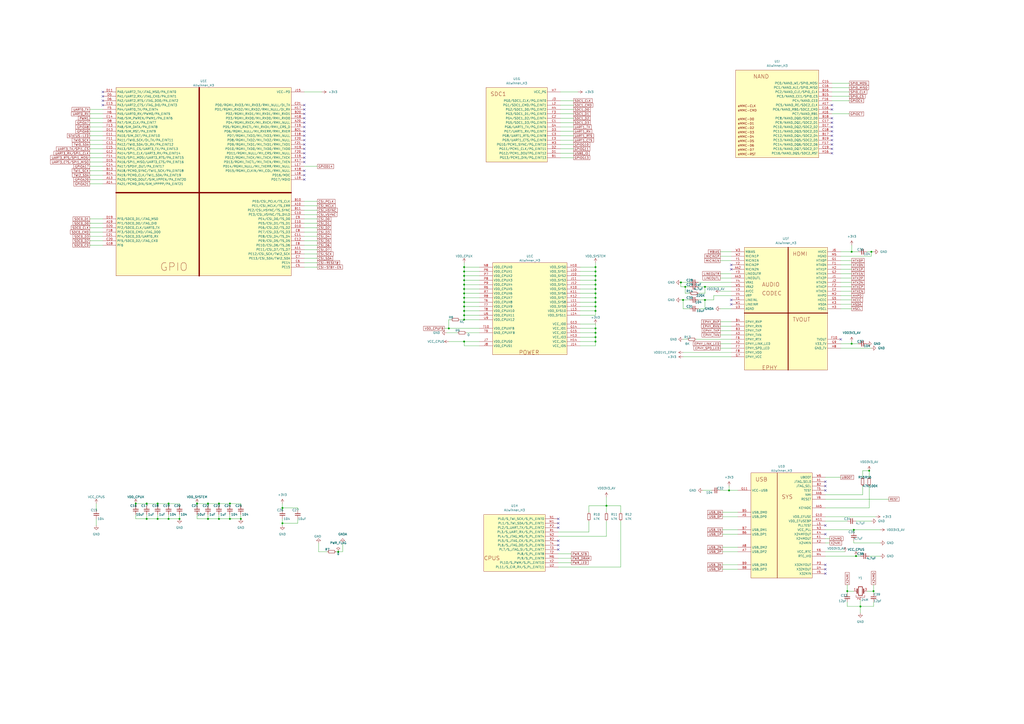
<source format=kicad_sch>
(kicad_sch (version 20211123) (generator eeschema)
  (paper "A2")
  (title_block (date "2022-02-02"))
  (lib_symbols
    (symbol "Device:C_Small" (pin_numbers hide) (pin_names (offset 0.254) hide)
      (property "Reference" "C" (at 0.254 1.778 0))
      (property "Value" "C_Small" (at 0.254 -2.032 0))
      (symbol "C_Small_1_1"
        (pin passive line (at 0 2.54 270) (length 2.032) (name "~") (number "1"))
        (pin passive line (at 0 -2.54 90) (length 2.032) (name "~") (number "2"))
      )
    )
    (symbol "Device:Crystal_GND2" (pin_names (offset 1.016) hide)
      (property "Reference" "Y" (at 0 5.715 0))
      (property "Value" "Crystal_GND2" (at 0 3.81 0))
      (symbol "Crystal_GND2_1_1"
        (pin passive line (at -3.81 0 0) (length 1.27) (name "1") (number "1"))
        (pin passive line (at 0 -5.08 90) (length 1.27) (name "2") (number "2"))
        (pin passive line (at 3.81 0 180) (length 1.27) (name "3") (number "3"))
      )
    )
    (symbol "Device:R_Small" (pin_numbers hide) (pin_names (offset 0.254) hide)
      (property "Reference" "R" (at 0.762 0.508 0))
      (property "Value" "R_Small" (at 0.762 -1.016 0))
      (symbol "R_Small_1_1"
        (pin passive line (at 0 2.54 270) (length 0.762) (name "~") (number "1"))
        (pin passive line (at 0 -2.54 90) (length 0.762) (name "~") (number "2"))
      )
    )
    (symbol "My_Library:Allwinner_H3"
      (property "Reference" "U" (at 1.27 1.27 0))
      (property "Value" "Allwinner_H3" (at 17.78 1.27 0))
      (symbol "Allwinner_H3_1_0"
        (text "DRAM" (at 12.7 -5.08 0) (effects (font (size 2.286 2.286)) (justify left bottom)))
        (pin passive line (at -7.62 -66.04 0) (length 7.62) (name "SDQ25") (number "AA11"))
        (pin passive line (at -7.62 -116.84 0) (length 7.62) (name "SDQM3") (number "AA12"))
        (pin passive line (at -7.62 -55.88 0) (length 7.62) (name "SDQ21") (number "AA14"))
        (pin passive line (at -7.62 -96.52 0) (length 7.62) (name "SDQS2") (number "AA15"))
        (pin passive line (at -7.62 -45.72 0) (length 7.62) (name "SDQ17") (number "AA17"))
        (pin passive line (at -7.62 -114.3 0) (length 7.62) (name "SDQM2") (number "AA18"))
        (pin passive line (at 45.72 -91.44 180) (length 7.62) (name "SCK") (number "AA19"))
        (pin passive line (at 45.72 -93.98 180) (length 7.62) (name "SCKB") (number "AA20"))
        (pin passive line (at 45.72 -68.58 180) (length 7.62) (name "SCKE0") (number "AA21"))
        (pin passive line (at -7.62 -76.2 0) (length 7.62) (name "SDQ29") (number "AA8"))
        (pin passive line (at -7.62 -101.6 0) (length 7.62) (name "SDQS3") (number "AA9"))
        (pin passive line (at -7.62 -111.76 0) (length 7.62) (name "SDQM1") (number "G20"))
        (pin passive line (at -7.62 -25.4 0) (length 7.62) (name "SDQ9") (number "H20"))
        (pin passive line (at -7.62 -27.94 0) (length 7.62) (name "SDQ10") (number "H21"))
        (pin passive line (at -7.62 -22.86 0) (length 7.62) (name "SDQ8") (number "J19"))
        (pin passive line (at -7.62 -93.98 0) (length 7.62) (name "SDQSB1") (number "J20"))
        (pin passive line (at -7.62 -30.48 0) (length 7.62) (name "SDQ11") (number "J21"))
        (pin passive line (at -7.62 -91.44 0) (length 7.62) (name "SDQS1") (number "K20"))
        (pin passive line (at 45.72 -106.68 180) (length 7.62) (name "VCC_DRAM0") (number "L16"))
        (pin passive line (at -7.62 -33.02 0) (length 7.62) (name "SDQ12") (number "L20"))
        (pin passive line (at -7.62 -35.56 0) (length 7.62) (name "SDQ13") (number "L21"))
        (pin passive line (at 45.72 -109.22 180) (length 7.62) (name "VCC_DRAM1") (number "M16"))
        (pin passive line (at -7.62 -40.64 0) (length 7.62) (name "SDQ15") (number "M19"))
        (pin passive line (at -7.62 -109.22 0) (length 7.62) (name "SDQM0") (number "M20"))
        (pin passive line (at -7.62 -38.1 0) (length 7.62) (name "SDQ14") (number "M21"))
        (pin passive line (at 45.72 -111.76 180) (length 7.62) (name "VCC_DRAM2") (number "N16"))
        (pin passive line (at 45.72 -38.1 180) (length 7.62) (name "SA14") (number "N17"))
        (pin passive line (at 45.72 -30.48 180) (length 7.62) (name "SA11") (number "N19"))
        (pin passive line (at -7.62 -2.54 0) (length 7.62) (name "SDQ0") (number "N20"))
        (pin passive line (at 45.72 -114.3 180) (length 7.62) (name "VCC_DRAM3") (number "P16"))
        (pin passive line (at 45.72 -116.84 180) (length 7.62) (name "VCC_DRAM4") (number "P17"))
        (pin passive line (at 45.72 -27.94 180) (length 7.62) (name "SA10") (number "P19"))
        (pin passive line (at -7.62 -7.62 0) (length 7.62) (name "SDQ2") (number "P20"))
        (pin passive line (at -7.62 -5.08 0) (length 7.62) (name "SDQ1") (number "P21"))
        (pin passive line (at 45.72 -119.38 180) (length 7.62) (name "VCC_DRAM5") (number "R16"))
        (pin passive line (at 45.72 -40.64 180) (length 7.62) (name "SA15") (number "R17"))
        (pin passive line (at 45.72 -33.02 180) (length 7.62) (name "SA12") (number "R18"))
        (pin passive line (at -7.62 -12.7 0) (length 7.62) (name "SDQ4") (number "R19"))
        (pin passive line (at -7.62 -86.36 0) (length 7.62) (name "SDQS0") (number "R20"))
        (pin passive line (at -7.62 -88.9 0) (length 7.62) (name "SDQSB0") (number "R21"))
        (pin passive line (at 45.72 -121.92 180) (length 7.62) (name "VCC_DRAM6") (number "T12"))
        (pin passive line (at 45.72 -124.46 180) (length 7.62) (name "VCC_DRAM7") (number "T13"))
        (pin passive line (at 45.72 -127 180) (length 7.62) (name "VCC_DRAM8") (number "T14"))
        (pin passive line (at 45.72 -129.54 180) (length 7.62) (name "VCC_DRAM9") (number "T15"))
        (pin passive line (at 45.72 -99.06 180) (length 7.62) (name "SVREF") (number "T16"))
        (pin passive line (at 45.72 -2.54 180) (length 7.62) (name "SA0") (number "T17"))
        (pin passive line (at 45.72 -48.26 180) (length 7.62) (name "SBA1") (number "T18"))
        (pin passive line (at -7.62 -15.24 0) (length 7.62) (name "SDQ5") (number "T20"))
        (pin passive line (at 45.72 -132.08 180) (length 7.62) (name "VCC_DRAM10") (number "U11"))
        (pin passive line (at 45.72 -58.42 180) (length 7.62) (name "SCAS") (number "U15"))
        (pin passive line (at 45.72 -63.5 180) (length 7.62) (name "SRST") (number "U16"))
        (pin passive line (at 45.72 -5.08 180) (length 7.62) (name "SA1") (number "U18"))
        (pin passive line (at -7.62 -17.78 0) (length 7.62) (name "SDQ6") (number "U19"))
        (pin passive line (at -7.62 -20.32 0) (length 7.62) (name "SDQ7") (number "U20"))
        (pin passive line (at -7.62 -10.16 0) (length 7.62) (name "SDQ3") (number "U21"))
        (pin passive line (at -7.62 -121.92 0) (length 7.62) (name "SZQ") (number "V10"))
        (pin passive line (at 45.72 -86.36 180) (length 7.62) (name "SODT1") (number "V11"))
        (pin passive line (at 45.72 -35.56 180) (length 7.62) (name "SA13") (number "V12"))
        (pin passive line (at 45.72 -55.88 180) (length 7.62) (name "SRAS") (number "V13"))
        (pin passive line (at 45.72 -20.32 180) (length 7.62) (name "SA7") (number "V15"))
        (pin passive line (at 45.72 -50.8 180) (length 7.62) (name "SBA2") (number "V17"))
        (pin passive line (at 45.72 -7.62 180) (length 7.62) (name "SA2") (number "V19"))
        (pin passive line (at 45.72 -10.16 180) (length 7.62) (name "SA3") (number "V20"))
        (pin passive line (at 45.72 -12.7 180) (length 7.62) (name "SA4") (number "V21"))
        (pin passive line (at 45.72 -83.82 180) (length 7.62) (name "SODT0") (number "W11"))
        (pin passive line (at -7.62 -63.5 0) (length 7.62) (name "SDQ24") (number "W12"))
        (pin passive line (at 45.72 -60.96 180) (length 7.62) (name "SWE") (number "W13"))
        (pin passive line (at -7.62 -50.8 0) (length 7.62) (name "SDQ19") (number "W15"))
        (pin passive line (at 45.72 -45.72 180) (length 7.62) (name "SBA0") (number "W17"))
        (pin passive line (at 45.72 -22.86 180) (length 7.62) (name "SA8") (number "W18"))
        (pin passive line (at 45.72 -76.2 180) (length 7.62) (name "SCS0") (number "W20"))
        (pin passive line (at 45.72 -78.74 180) (length 7.62) (name "SCS1") (number "W21"))
        (pin passive line (at -7.62 -73.66 0) (length 7.62) (name "SDQ28") (number "W9"))
        (pin passive line (at -7.62 -71.12 0) (length 7.62) (name "SDQ27") (number "Y10"))
        (pin passive line (at -7.62 -68.58 0) (length 7.62) (name "SDQ26") (number "Y11"))
        (pin passive line (at -7.62 -60.96 0) (length 7.62) (name "SDQ23") (number "Y12"))
        (pin passive line (at -7.62 -58.42 0) (length 7.62) (name "SDQ22") (number "Y13"))
        (pin passive line (at -7.62 -53.34 0) (length 7.62) (name "SDQ20") (number "Y14"))
        (pin passive line (at -7.62 -99.06 0) (length 7.62) (name "SDQSB2") (number "Y15"))
        (pin passive line (at -7.62 -48.26 0) (length 7.62) (name "SDQ18") (number "Y16"))
        (pin passive line (at -7.62 -43.18 0) (length 7.62) (name "SDQ16") (number "Y17"))
        (pin passive line (at 45.72 -25.4 180) (length 7.62) (name "SA9") (number "Y18"))
        (pin passive line (at 45.72 -15.24 180) (length 7.62) (name "SA5") (number "Y19"))
        (pin passive line (at 45.72 -17.78 180) (length 7.62) (name "SA6") (number "Y20"))
        (pin passive line (at 45.72 -71.12 180) (length 7.62) (name "SCKE1") (number "Y21"))
        (pin passive line (at -7.62 -81.28 0) (length 7.62) (name "SDQ31") (number "Y7"))
        (pin passive line (at -7.62 -78.74 0) (length 7.62) (name "SDQ30") (number "Y8"))
        (pin passive line (at -7.62 -104.14 0) (length 7.62) (name "SDQSB3") (number "Y9"))
      )
      (symbol "Allwinner_H3_2_0"
        (text "GND" (at 12.7 -5.08 0) (effects (font (size 2.286 2.286)) (justify left bottom)))
        (pin passive line (at -7.62 -2.54 0) (length 7.62) (name "GND0") (number "A21"))
        (pin passive line (at 40.64 -58.42 180) (length 7.62) (name "GND46") (number "AA1"))
        (pin passive line (at 40.64 -60.96 180) (length 7.62) (name "GND47") (number "G8"))
        (pin passive line (at -7.62 -5.08 0) (length 7.62) (name "GND1") (number "H12"))
        (pin passive line (at -7.62 -7.62 0) (length 7.62) (name "GND2") (number "H15"))
        (pin passive line (at -7.62 -10.16 0) (length 7.62) (name "GND3") (number "J13"))
        (pin passive line (at -7.62 -12.7 0) (length 7.62) (name "GND4") (number "J16"))
        (pin passive line (at -7.62 -38.1 0) (length 7.62) (name "GND14") (number "J9"))
        (pin passive line (at -7.62 -22.86 0) (length 7.62) (name "GND8") (number "K13"))
        (pin passive line (at -7.62 -25.4 0) (length 7.62) (name "GND9") (number "K14"))
        (pin passive line (at -7.62 -27.94 0) (length 7.62) (name "GND10") (number "K15"))
        (pin passive line (at -7.62 -30.48 0) (length 7.62) (name "GND11") (number "K16"))
        (pin passive line (at -7.62 -15.24 0) (length 7.62) (name "GND5") (number "K7"))
        (pin passive line (at -7.62 -17.78 0) (length 7.62) (name "GND6") (number "K8"))
        (pin passive line (at -7.62 -20.32 0) (length 7.62) (name "GND7") (number "K9"))
        (pin passive line (at -7.62 -40.64 0) (length 7.62) (name "GND15") (number "L15"))
        (pin passive line (at -7.62 -33.02 0) (length 7.62) (name "GND12") (number "L8"))
        (pin passive line (at -7.62 -35.56 0) (length 7.62) (name "GND13") (number "L9"))
        (pin passive line (at -7.62 -50.8 0) (length 7.62) (name "GND19") (number "M10"))
        (pin passive line (at -7.62 -53.34 0) (length 7.62) (name "GND20") (number "M11"))
        (pin passive line (at -7.62 -55.88 0) (length 7.62) (name "GND21") (number "M12"))
        (pin passive line (at -7.62 -58.42 0) (length 7.62) (name "GND22") (number "M13"))
        (pin passive line (at -7.62 -60.96 0) (length 7.62) (name "GND23") (number "M14"))
        (pin passive line (at 40.64 -2.54 180) (length 7.62) (name "GND24") (number "M15"))
        (pin passive line (at -7.62 -43.18 0) (length 7.62) (name "GND16") (number "M7"))
        (pin passive line (at -7.62 -45.72 0) (length 7.62) (name "GND17") (number "M8"))
        (pin passive line (at -7.62 -48.26 0) (length 7.62) (name "GND18") (number "M9"))
        (pin passive line (at 40.64 -10.16 180) (length 7.62) (name "GND27") (number "N10"))
        (pin passive line (at 40.64 -12.7 180) (length 7.62) (name "GND28") (number "N11"))
        (pin passive line (at 40.64 -15.24 180) (length 7.62) (name "GND29") (number "N12"))
        (pin passive line (at 40.64 -17.78 180) (length 7.62) (name "GND30") (number "N13"))
        (pin passive line (at 40.64 -20.32 180) (length 7.62) (name "GND31") (number "N14"))
        (pin passive line (at 40.64 -22.86 180) (length 7.62) (name "GND32") (number "N15"))
        (pin passive line (at 40.64 -5.08 180) (length 7.62) (name "GND25") (number "N7"))
        (pin passive line (at 40.64 -7.62 180) (length 7.62) (name "GND26") (number "N9"))
        (pin passive line (at 40.64 -25.4 180) (length 7.62) (name "GND33") (number "P10"))
        (pin passive line (at 40.64 -27.94 180) (length 7.62) (name "GND34") (number "P11"))
        (pin passive line (at 40.64 -30.48 180) (length 7.62) (name "GND35") (number "P12"))
        (pin passive line (at 40.64 -33.02 180) (length 7.62) (name "GND36") (number "P13"))
        (pin passive line (at 40.64 -35.56 180) (length 7.62) (name "GND37") (number "P14"))
        (pin passive line (at 40.64 -38.1 180) (length 7.62) (name "GND38") (number "P15"))
        (pin passive line (at 40.64 -43.18 180) (length 7.62) (name "GND40") (number "R10"))
        (pin passive line (at 40.64 -45.72 180) (length 7.62) (name "GND41") (number "R11"))
        (pin passive line (at 40.64 -48.26 180) (length 7.62) (name "GND42") (number "R12"))
        (pin passive line (at 40.64 -50.8 180) (length 7.62) (name "GND43") (number "R13"))
        (pin passive line (at 40.64 -53.34 180) (length 7.62) (name "GND44") (number "R14"))
        (pin passive line (at 40.64 -40.64 180) (length 7.62) (name "GND39") (number "R9"))
        (pin passive line (at 40.64 -55.88 180) (length 7.62) (name "GND45") (number "T11"))
      )
      (symbol "Allwinner_H3_3_0"
        (text "POWER" (at 15.24 -53.34 0) (effects (font (size 2.286 2.286)) (justify left bottom)))
        (pin passive line (at 50.8 -35.56 180) (length 7.62) (name "VCC_IO0") (number "G13"))
        (pin passive line (at 50.8 -38.1 180) (length 7.62) (name "VCC_IO1") (number "G14"))
        (pin passive line (at 50.8 -40.64 180) (length 7.62) (name "VCC_IO2") (number "G15"))
        (pin passive line (at 50.8 -2.54 180) (length 7.62) (name "VDD_SYS0") (number "H10"))
        (pin passive line (at 50.8 -43.18 180) (length 7.62) (name "VCC_IO3") (number "H13"))
        (pin passive line (at 50.8 -45.72 180) (length 7.62) (name "VCC_IO4") (number "H14"))
        (pin passive line (at 50.8 -7.62 180) (length 7.62) (name "VDD_SYS2") (number "J10"))
        (pin passive line (at 50.8 -10.16 180) (length 7.62) (name "VDD_SYS3") (number "J11"))
        (pin passive line (at 50.8 -12.7 180) (length 7.62) (name "VDD_SYS4") (number "J12"))
        (pin passive line (at 50.8 -48.26 180) (length 7.62) (name "VCC_IO5") (number "J14"))
        (pin passive line (at -7.62 -45.72 0) (length 7.62) (name "VDD_CPUS0") (number "J7"))
        (pin passive line (at -7.62 -48.26 0) (length 7.62) (name "VDD_CPUS1") (number "J8"))
        (pin passive line (at 50.8 -15.24 180) (length 7.62) (name "VDD_SYS5") (number "K10"))
        (pin passive line (at 50.8 -17.78 180) (length 7.62) (name "VDD_SYS6") (number "K11"))
        (pin passive line (at 50.8 -20.32 180) (length 7.62) (name "VDD_SYS7") (number "K12"))
        (pin passive line (at 50.8 -5.08 180) (length 7.62) (name "VDD_SYS1") (number "L10"))
        (pin passive line (at 50.8 -22.86 180) (length 7.62) (name "VDD_SYS8") (number "L11"))
        (pin passive line (at 50.8 -25.4 180) (length 7.62) (name "VDD_SYS9") (number "L12"))
        (pin passive line (at 50.8 -27.94 180) (length 7.62) (name "VDD_SYS10") (number "L13"))
        (pin passive line (at 50.8 -30.48 180) (length 7.62) (name "VDD_SYS11") (number "L14"))
        (pin passive line (at -7.62 -2.54 0) (length 7.62) (name "VDD_CPUX0") (number "N8"))
        (pin passive line (at -7.62 -5.08 0) (length 7.62) (name "VDD_CPUX1") (number "P6"))
        (pin passive line (at -7.62 -7.62 0) (length 7.62) (name "VDD_CPUX2") (number "P7"))
        (pin passive line (at -7.62 -10.16 0) (length 7.62) (name "VDD_CPUX3") (number "P8"))
        (pin passive line (at -7.62 -12.7 0) (length 7.62) (name "VDD_CPUX4") (number "P9"))
        (pin passive line (at -7.62 -15.24 0) (length 7.62) (name "VDD_CPUX5") (number "R6"))
        (pin passive line (at -7.62 -17.78 0) (length 7.62) (name "VDD_CPUX6") (number "R7"))
        (pin passive line (at -7.62 -20.32 0) (length 7.62) (name "VDD_CPUX7") (number "R8"))
        (pin passive line (at -7.62 -38.1 0) (length 7.62) (name "VDD_CPUXFB") (number "T10"))
        (pin passive line (at -7.62 -22.86 0) (length 7.62) (name "VDD_CPUX8") (number "T6"))
        (pin passive line (at -7.62 -25.4 0) (length 7.62) (name "VDD_CPUX9") (number "T7"))
        (pin passive line (at -7.62 -27.94 0) (length 7.62) (name "VDD_CPUX10") (number "T8"))
        (pin passive line (at -7.62 -40.64 0) (length 7.62) (name "GND_CPUXFB") (number "T9"))
        (pin passive line (at -7.62 -30.48 0) (length 7.62) (name "VDD_CPUX11") (number "U6"))
        (pin passive line (at -7.62 -33.02 0) (length 7.62) (name "VDD_CPUX12") (number "U9"))
      )
      (symbol "Allwinner_H3_4_0"
        (text "SYS" (at 17.78 -15.24 0) (effects (font (size 2.286 2.286)) (justify left bottom)))
        (text "USB" (at 2.54 -5.08 0) (effects (font (size 2.286 2.286)) (justify left bottom)))
        (pin passive line (at 43.18 -5.08 180) (length 7.62) (name "JTAG_SEL0") (number "A1"))
        (pin passive line (at -7.62 -25.4 0) (length 7.62) (name "USB_DP0") (number "A5"))
        (pin passive line (at -7.62 -45.72 0) (length 7.62) (name "USB_DP2") (number "A7"))
        (pin passive line (at -7.62 -43.18 0) (length 7.62) (name "USB_DM2") (number "A8"))
        (pin passive line (at 43.18 -20.32 180) (length 7.62) (name "KEYADC") (number "AA5"))
        (pin passive line (at 43.18 -12.7 180) (length 7.62) (name "NMI") (number "AA6"))
        (pin passive line (at 43.18 -7.62 180) (length 7.62) (name "JTAG_SEL") (number "B2"))
        (pin passive line (at -7.62 -22.86 0) (length 7.62) (name "USB_DM0") (number "B5"))
        (pin passive line (at -7.62 -35.56 0) (length 7.62) (name "USB_DP1") (number "B6"))
        (pin passive line (at -7.62 -33.02 0) (length 7.62) (name "USB_DM1") (number "B7"))
        (pin passive line (at -7.62 -55.88 0) (length 7.62) (name "USB_DP3") (number "B8"))
        (pin passive line (at -7.62 -53.34 0) (length 7.62) (name "USB_DM3") (number "B9"))
        (pin passive line (at 43.18 -25.4 180) (length 7.62) (name "VDD_EFUSE") (number "G10"))
        (pin passive line (at -7.62 -10.16 0) (length 7.62) (name "VCC-USB") (number "G11"))
        (pin passive line (at 43.18 -27.94 180) (length 7.62) (name "VDD_EFUSEBP") (number "H11"))
        (pin passive line (at 43.18 -38.1 180) (length 7.62) (name "X24MOUT") (number "K1"))
        (pin passive line (at 43.18 -40.64 180) (length 7.62) (name "X24MIN") (number "K2"))
        (pin passive line (at 43.18 -35.56 180) (length 7.62) (name "X24MFOUT") (number "K4"))
        (pin passive line (at 43.18 -45.72 180) (length 7.62) (name "VCC_RTC") (number "K6"))
        (pin passive line (at 43.18 -30.48 180) (length 7.62) (name "PLLTEST") (number "L5"))
        (pin passive line (at 43.18 -48.26 180) (length 7.62) (name "RTC_VIO") (number "M4"))
        (pin passive line (at 43.18 -33.02 180) (length 7.62) (name "VCC_PLL") (number "N3"))
        (pin passive line (at 43.18 -53.34 180) (length 7.62) (name "X32KFOUT") (number "P3"))
        (pin passive line (at 43.18 -10.16 180) (length 7.62) (name "TEST") (number "T5"))
        (pin passive line (at 43.18 -55.88 180) (length 7.62) (name "X32KOUT") (number "U4"))
        (pin passive line (at 43.18 -58.42 180) (length 7.62) (name "X32KIN") (number "V5"))
        (pin passive line (at 43.18 -15.24 180) (length 7.62) (name "RESET") (number "V6"))
        (pin passive line (at 43.18 -2.54 180) (length 7.62) (name "UBOOT") (number "W6"))
      )
      (symbol "Allwinner_H3_5_0"
        (text "GPIO" (at 25.4 -106.68 0) (effects (font (size 4.572 4.572)) (justify left bottom)))
        (pin passive line (at 109.22 -68.58 180) (length 7.62) (name "PE1/CSI_MCLK/TS_ERR") (number "A10"))
        (pin passive line (at 109.22 -93.98 180) (length 7.62) (name "PE11/CSI_D7/TS_D7") (number "A11"))
        (pin passive line (at -7.62 -53.34 0) (length 7.62) (name "PA20/PCM0_DOUT/SIM_VPPEN/PA_EINT20") (number "A13"))
        (pin passive line (at -7.62 -55.88 0) (length 7.62) (name "PA21/PCM0_DIN/SIM_VPPPP/PA_EINT21") (number "A14"))
        (pin passive line (at -7.62 -78.74 0) (length 7.62) (name "PF1/SDC0_D0/JTAG_DI0") (number "A19"))
        (pin passive line (at 109.22 -20.32 180) (length 7.62) (name "PD4/RGMII_RXCK/MII_RXCK/RMII_NULL") (number "A20"))
        (pin passive line (at 109.22 -66.04 180) (length 7.62) (name "PE0/CSI_PCLK/TS_CLK") (number "B10"))
        (pin passive line (at 109.22 -71.12 180) (length 7.62) (name "PE2/CSI_HSYNC/TS_SYNC") (number "B11"))
        (pin passive line (at 109.22 -96.52 180) (length 7.62) (name "PE12/CSI_SCK/TWI2_SCK") (number "B12"))
        (pin passive line (at -7.62 -48.26 0) (length 7.62) (name "PA18/PCM0_SYNC/TWI1_SCK/PA_EINT18") (number "B13"))
        (pin passive line (at -7.62 -50.8 0) (length 7.62) (name "PA19/PCM0_CLK/TWI1_SDA/PA_EINT19") (number "B14"))
        (pin passive line (at 109.22 -15.24 180) (length 7.62) (name "PD2/RGMII_RXD1/MII_RXD1/RMII_RXD1") (number "B20"))
        (pin passive line (at 109.22 -25.4 180) (length 7.62) (name "PD6/RGMII_NULL/MII_RXERR/RMII_RXER") (number "B21"))
        (pin passive line (at 109.22 -73.66 180) (length 7.62) (name "PE3/CSI_VSYNC/TS_DVLD") (number "C10"))
        (pin passive line (at 109.22 -86.36 180) (length 7.62) (name "PE8/CSI_D4/TS_D4") (number "C11"))
        (pin passive line (at 109.22 -88.9 180) (length 7.62) (name "PE9/CSI_D5/TS_D5") (number "C12"))
        (pin passive line (at -7.62 -33.02 0) (length 7.62) (name "PA12/TWI0_SDA/DI_RX/PA_EINT12") (number "C13"))
        (pin passive line (at -7.62 -45.72 0) (length 7.62) (name "PA17/SPDIF_OUT/PA_EINT17") (number "C14"))
        (pin passive line (at -7.62 -88.9 0) (length 7.62) (name "PF5/SDC0_D2/JTAG_CK0") (number "C20"))
        (pin passive line (at 109.22 -10.16 180) (length 7.62) (name "PD0/RGMII_RXD3/MII_RXD3/RMII_NULL/DI_TX") (number "C21"))
        (pin passive line (at 109.22 -104.14 180) (length 7.62) (name "PE15") (number "C5"))
        (pin passive line (at 109.22 -101.6 180) (length 7.62) (name "PE14") (number "C6"))
        (pin passive line (at 109.22 -99.06 180) (length 7.62) (name "PE13/CSI_SDA/TWI2_SDA") (number "C7"))
        (pin passive line (at 109.22 -83.82 180) (length 7.62) (name "PE7/CSI_D3/TS_D3") (number "C8"))
        (pin passive line (at 109.22 -76.2 180) (length 7.62) (name "PE4/CSI_D0/TS_D0") (number "C9"))
        (pin passive line (at 109.22 -81.28 180) (length 7.62) (name "PE6/CSI_D2/TS_D2") (number "D10"))
        (pin passive line (at -7.62 -2.54 0) (length 7.62) (name "PA0/UART2_TX/JTAG_MS0/PA_EINT0") (number "D11"))
        (pin passive line (at -7.62 -25.4 0) (length 7.62) (name "PA9/SIM_RST/PA_EINT9") (number "D13"))
        (pin passive line (at -7.62 -43.18 0) (length 7.62) (name "PA16/SPI1_MISO/UART3_CTS/PA_EINT16") (number "D15"))
        (pin passive line (at -7.62 -76.2 0) (length 7.62) (name "PF0/SDC0_D1/JTAG_MS0") (number "D19"))
        (pin passive line (at -7.62 -81.28 0) (length 7.62) (name "PF2/SDC0_CLK/UART0_TX") (number "D20"))
        (pin passive line (at -7.62 -5.08 0) (length 7.62) (name "PA1/UART2_RX/JTAG_CK0/PA_EINT1") (number "D5"))
        (pin passive line (at -7.62 -7.62 0) (length 7.62) (name "PA2/UART2_RTS/JTAG_DO0/PA_EINT2") (number "D6"))
        (pin passive line (at -7.62 -20.32 0) (length 7.62) (name "PA7/SIM_CLK/PA_EINT7") (number "D8"))
        (pin passive line (at 109.22 -78.74 180) (length 7.62) (name "PE5/CSI_D1/TS_D1") (number "E10"))
        (pin passive line (at -7.62 -27.94 0) (length 7.62) (name "PA10/SIM_DET/PA_EINT10") (number "E11"))
        (pin passive line (at -7.62 -10.16 0) (length 7.62) (name "PA3/UART2_CTS/JTAG_DI0/PA_EINT3") (number "E13"))
        (pin passive line (at -7.62 -17.78 0) (length 7.62) (name "PA6/SIM_PWREN/PWM1/PA_EINT6") (number "E14"))
        (pin passive line (at -7.62 -35.56 0) (length 7.62) (name "PA13/SPI1_CS/UART3_TX/PA_EINT13") (number "E15"))
        (pin passive line (at 109.22 -27.94 180) (length 7.62) (name "PD7/RGMII_TXD3/MII_TXD3/RMII_NULL") (number "E18"))
        (pin passive line (at 109.22 -40.64 180) (length 7.62) (name "PD12/RGMII_TXCK/MII_TXCK/RMII_TXCK") (number "E19"))
        (pin passive line (at 109.22 -30.48 180) (length 7.62) (name "PD8/RGMII_TXD2/MII_TXD2/RMII_NULL") (number "E20"))
        (pin passive line (at -7.62 -86.36 0) (length 7.62) (name "PF4/SDC0_D3/UART0_RX") (number "E21"))
        (pin passive line (at 109.22 -91.44 180) (length 7.62) (name "PE10/CSI_D6/TS_D6") (number "E8"))
        (pin passive line (at -7.62 -30.48 0) (length 7.62) (name "PA11/TWI0_SCK/DI_TX/PA_EINT11") (number "F11"))
        (pin passive line (at -7.62 -22.86 0) (length 7.62) (name "PA8/SIM_DATA/PA_EINT8") (number "F13"))
        (pin passive line (at -7.62 -40.64 0) (length 7.62) (name "PA15/SPI1_MOSI/UART3_RTS/PA_EINT15") (number "F14"))
        (pin passive line (at -7.62 -83.82 0) (length 7.62) (name "PF3/SDC0_CMD/JTAG_DO0") (number "F18"))
        (pin passive line (at 109.22 -22.86 180) (length 7.62) (name "PD5/RGMII_RXCTL/MII_RXDV/RMII_CRS_D") (number "F19"))
        (pin passive line (at 109.22 -38.1 180) (length 7.62) (name "PD11/RGMII_NULL/MII_CRS/RMII_NULL") (number "F20"))
        (pin passive line (at 109.22 -33.02 180) (length 7.62) (name "PD9/RGMII_TXD1/MII_TXD1/RMII_TXD1") (number "F21"))
        (pin passive line (at -7.62 -12.7 0) (length 7.62) (name "PA4/UART0_TX/PA_EINT4") (number "F5"))
        (pin passive line (at -7.62 -38.1 0) (length 7.62) (name "PA14/SPI1_CLK/UART3_RX/PA_EINT14") (number "G12"))
        (pin passive line (at -7.62 -91.44 0) (length 7.62) (name "PF6") (number "G18"))
        (pin passive line (at 109.22 -12.7 180) (length 7.62) (name "PD1/RGMII_RXD2/MII_RXD2/RMII_NULL/DI_RX") (number "H17"))
        (pin passive line (at 109.22 -17.78 180) (length 7.62) (name "PD3/RGMII_RXD0/MII_RXD0/RMII_RXD0") (number "H18"))
        (pin passive line (at 109.22 -35.56 180) (length 7.62) (name "PD10/RGMII_TXD0/MII_TXD0/RMII_TXD0") (number "H19"))
        (pin passive line (at -7.62 -15.24 0) (length 7.62) (name "PA5/UART0_RX/PWM0/PA_EINT5") (number "H6"))
        (pin passive line (at 109.22 -2.54 180) (length 7.62) (name "VCC-PD") (number "J15"))
        (pin passive line (at 109.22 -43.18 180) (length 7.62) (name "PD13/RGMII_TXCTL/MII_TXEN/RMII_TXEN") (number "K17"))
        (pin passive line (at 109.22 -48.26 180) (length 7.62) (name "PD15/RGMII_CLKIN/MII_COL/RMII_NULL") (number "K18"))
        (pin passive line (at 109.22 -45.72 180) (length 7.62) (name "PD14/RGMII_NULL/MII_TXERR/RMII_NULL") (number "L17"))
        (pin passive line (at 109.22 -50.8 180) (length 7.62) (name "PD16/MDC") (number "L18"))
        (pin passive line (at 109.22 -53.34 180) (length 7.62) (name "PD17/MDIO") (number "L19"))
      )
      (symbol "Allwinner_H3_6_0"
        (text "AUDIO" (at 10.16 -22.86 0) (effects (font (size 2.286 2.286)) (justify left bottom)))
        (text "CODEC" (at 10.16 -27.94 0) (effects (font (size 2.286 2.286)) (justify left bottom)))
        (text "EPHY" (at 10.16 -71.12 0) (effects (font (size 2.286 2.286)) (justify left bottom)))
        (text "HDMI" (at 27.94 -5.08 0) (effects (font (size 2.286 2.286)) (justify left bottom)))
        (text "TVOUT" (at 27.94 -43.18 0) (effects (font (size 2.286 2.286)) (justify left bottom)))
        (pin passive line (at -7.62 -55.88 0) (length 7.62) (name "EPHY_LINK_LED") (number "A2"))
        (pin passive line (at -7.62 -50.8 0) (length 7.62) (name "EPHY_TXN") (number "A3"))
        (pin passive line (at -7.62 -45.72 0) (length 7.62) (name "EPHY_RXN") (number "A4"))
        (pin passive line (at -7.62 -12.7 0) (length 7.62) (name "MICIN2N") (number "AA2"))
        (pin passive line (at -7.62 -17.78 0) (length 7.62) (name "LINEOUTL") (number "AA3"))
        (pin passive line (at -7.62 -48.26 0) (length 7.62) (name "EPHY_TXP") (number "B3"))
        (pin passive line (at -7.62 -43.18 0) (length 7.62) (name "EPHY_RXP") (number "B4"))
        (pin passive line (at 55.88 -25.4 180) (length 7.62) (name "HTXCN") (number "E2"))
        (pin passive line (at 55.88 -10.16 180) (length 7.62) (name "HTX0N") (number "F1"))
        (pin passive line (at 55.88 -53.34 180) (length 7.62) (name "TVOUT") (number "F10"))
        (pin passive line (at 55.88 -22.86 180) (length 7.62) (name "HTXCP") (number "F2"))
        (pin passive line (at -7.62 -53.34 0) (length 7.62) (name "EPHY_RTX") (number "F6"))
        (pin passive line (at -7.62 -58.42 0) (length 7.62) (name "EPHY_SPD_LED") (number "F7"))
        (pin passive line (at -7.62 -60.96 0) (length 7.62) (name "EPHY_VDD") (number "F8"))
        (pin passive line (at 55.88 -7.62 180) (length 7.62) (name "HTX0P") (number "G1"))
        (pin passive line (at 55.88 -15.24 180) (length 7.62) (name "HTX1N") (number "G2"))
        (pin passive line (at 55.88 -30.48 180) (length 7.62) (name "HCEC") (number "G5"))
        (pin passive line (at -7.62 -63.5 0) (length 7.62) (name "EPHY_VCC") (number "G7"))
        (pin passive line (at 55.88 -55.88 180) (length 7.62) (name "V33_TV") (number "G9"))
        (pin passive line (at 55.88 -12.7 180) (length 7.62) (name "HTX1P") (number "H2"))
        (pin passive line (at 55.88 -35.56 180) (length 7.62) (name "HSCL") (number "H3"))
        (pin passive line (at 55.88 -58.42 180) (length 7.62) (name "GND_TV") (number "H8"))
        (pin passive line (at 55.88 -17.78 180) (length 7.62) (name "HTX2P") (number "J1"))
        (pin passive line (at 55.88 -20.32 180) (length 7.62) (name "HTX2N") (number "J2"))
        (pin passive line (at 55.88 -2.54 180) (length 7.62) (name "HVCC") (number "J6"))
        (pin passive line (at 55.88 -33.02 180) (length 7.62) (name "HSDA") (number "K3"))
        (pin passive line (at 55.88 -27.94 180) (length 7.62) (name "HHPD") (number "M2"))
        (pin passive line (at 55.88 -5.08 180) (length 7.62) (name "HGND") (number "M5"))
        (pin passive line (at -7.62 -35.56 0) (length 7.62) (name "AGND") (number "U3"))
        (pin passive line (at -7.62 -30.48 0) (length 7.62) (name "LINEINL") (number "V1"))
        (pin passive line (at -7.62 -25.4 0) (length 7.62) (name "AVCC") (number "V3"))
        (pin passive line (at -7.62 -27.94 0) (length 7.62) (name "VRP") (number "V4"))
        (pin passive line (at -7.62 -33.02 0) (length 7.62) (name "LINEINR") (number "W1"))
        (pin passive line (at -7.62 -5.08 0) (length 7.62) (name "MICIN1P") (number "W2"))
        (pin passive line (at -7.62 -2.54 0) (length 7.62) (name "MBIAS") (number "W3"))
        (pin passive line (at -7.62 -22.86 0) (length 7.62) (name "VRA2") (number "W5"))
        (pin passive line (at -7.62 -7.62 0) (length 7.62) (name "MICIN1N") (number "Y1"))
        (pin passive line (at -7.62 -10.16 0) (length 7.62) (name "MICIN2P") (number "Y2"))
        (pin passive line (at -7.62 -15.24 0) (length 7.62) (name "LINEOUTR") (number "Y3"))
        (pin passive line (at -7.62 -20.32 0) (length 7.62) (name "VRA1") (number "Y4"))
      )
      (symbol "Allwinner_H3_7_0"
        (text "SDC1" (at 2.54 -5.08 0) (effects (font (size 2.286 2.286)) (justify left bottom)))
        (pin passive line (at 43.18 -40.64 180) (length 7.62) (name "PG13/PCM1_DIN/PG_EINT13") (number "B1"))
        (pin passive line (at 43.18 -20.32 180) (length 7.62) (name "PG5/SDC1_D3/PG_EINT5") (number "C1"))
        (pin passive line (at 43.18 -17.78 180) (length 7.62) (name "PG4/SDC1_D2/PG_EINT4") (number "C2"))
        (pin passive line (at 43.18 -27.94 180) (length 7.62) (name "PG8/UART1_RTS/PG_EINT8") (number "C3"))
        (pin passive line (at 43.18 -38.1 180) (length 7.62) (name "PG12/PCM1_DOUTPG_EINT12") (number "D1"))
        (pin passive line (at 43.18 -35.56 180) (length 7.62) (name "PG11/PCM1_CLK/PG_EINT11") (number "D2"))
        (pin passive line (at 43.18 -25.4 180) (length 7.62) (name "PG7/UART1_RX/PG_EINT7") (number "D3"))
        (pin passive line (at 43.18 -30.48 180) (length 7.62) (name "PG9/UART1_CTS/PG_EINT9") (number "E3"))
        (pin passive line (at 43.18 -15.24 180) (length 7.62) (name "PG3/SDC1_D1/PG_EINT3") (number "F3"))
        (pin passive line (at 43.18 -22.86 180) (length 7.62) (name "PG6/UART1_TX/PG_EINT6") (number "G4"))
        (pin passive line (at 43.18 -12.7 180) (length 7.62) (name "PG2/SDC1_D0/PG_EINT2") (number "H4"))
        (pin passive line (at 43.18 -2.54 180) (length 7.62) (name "VCC_PG") (number "H7"))
        (pin passive line (at 43.18 -7.62 180) (length 7.62) (name "PG0/SDC1_CLK/PG_EINT0") (number "J3"))
        (pin passive line (at 43.18 -10.16 180) (length 7.62) (name "PG1/SDC1_CMD/PG_EINT1") (number "L2"))
        (pin passive line (at 43.18 -33.02 180) (length 7.62) (name "PG10/PCM1_SYNC/PG_EINT10") (number "M3"))
      )
      (symbol "Allwinner_H3_8_0"
        (text "CPUS" (at 0 -26.67 0) (effects (font (size 2.286 2.286)) (justify left bottom)))
        (pin passive line (at 43.18 -5.08 180) (length 7.62) (name "PL1/S_TWI_SDA/S_PL_EINT1") (number "M1"))
        (pin passive line (at 43.18 -25.4 180) (length 7.62) (name "PL9/S_PL_EINT9") (number "M6"))
        (pin passive line (at 43.18 -2.54 180) (length 7.62) (name "PL0/S_TWI_SCK/S_PL_EINT0") (number "N1"))
        (pin passive line (at 43.18 -12.7 180) (length 7.62) (name "PL4/S_JTAG_MS/S_PL_EINT4") (number "N2"))
        (pin passive line (at 43.18 -7.62 180) (length 7.62) (name "PL2/S_UART_TX/S_PL_EINT2") (number "P2"))
        (pin passive line (at 43.18 -10.16 180) (length 7.62) (name "PL3/S_UART_RX/S_PL_EINT3") (number "R1"))
        (pin passive line (at 43.18 -15.24 180) (length 7.62) (name "PL5/S_JTAG_CK/S_PL_EINT5") (number "R2"))
        (pin passive line (at 43.18 -22.86 180) (length 7.62) (name "PL8/S_PL_EINT8") (number "T2"))
        (pin passive line (at 43.18 -20.32 180) (length 7.62) (name "PL7/S_JTAG_SI/S_PL_EINT7") (number "T3"))
        (pin passive line (at 43.18 -17.78 180) (length 7.62) (name "PL6/S_JTAG_DO/S_PL_EINT6") (number "T4"))
        (pin passive line (at 43.18 -30.48 180) (length 7.62) (name "PL11/S_CIR_RX/S_PL_EINT11") (number "U2"))
        (pin passive line (at 43.18 -27.94 180) (length 7.62) (name "PL10/S_PWM/S_PL_EINT10") (number "V2"))
      )
      (symbol "Allwinner_H3_9_0"
        (text "eMMC-CLK" (at 1.27 -21.59 0) (effects (font (size 1.27 1.27)) (justify left bottom)))
        (text "eMMC-CMD" (at 1.27 -24.13 0) (effects (font (size 1.27 1.27)) (justify left bottom)))
        (text "eMMC-D0" (at 1.27 -29.21 0) (effects (font (size 1.27 1.27)) (justify left bottom)))
        (text "eMMC-D1" (at 1.27 -31.75 0) (effects (font (size 1.27 1.27)) (justify left bottom)))
        (text "eMMC-D2" (at 1.27 -34.29 0) (effects (font (size 1.27 1.27)) (justify left bottom)))
        (text "eMMC-D3" (at 1.27 -36.83 0) (effects (font (size 1.27 1.27)) (justify left bottom)))
        (text "eMMC-D4" (at 1.27 -39.37 0) (effects (font (size 1.27 1.27)) (justify left bottom)))
        (text "eMMC-D5" (at 1.27 -41.91 0) (effects (font (size 1.27 1.27)) (justify left bottom)))
        (text "eMMC-D6" (at 1.27 -44.45 0) (effects (font (size 1.27 1.27)) (justify left bottom)))
        (text "eMMC-D7" (at 1.27 -46.99 0) (effects (font (size 1.27 1.27)) (justify left bottom)))
        (text "eMMC-RST" (at 1.27 -49.53 0) (effects (font (size 1.27 1.27)) (justify left bottom)))
        (text "NAND" (at 10.16 -5.08 0) (effects (font (size 2.286 2.286)) (justify left bottom)))
        (pin passive line (at 55.88 -25.4 180) (length 7.62) (name "PC7/NAND_RB1") (number "A16"))
        (pin passive line (at 55.88 -20.32 180) (length 7.62) (name "PC5/NAND_RE/SDC2_CLK") (number "A17"))
        (pin passive line (at 55.88 -15.24 180) (length 7.62) (name "PC3/NAND_CE1/SPI0_CS") (number "B15"))
        (pin passive line (at 55.88 -12.7 180) (length 7.62) (name "PC2/NAND_CLE/SPI0_CLK") (number "B16"))
        (pin passive line (at 55.88 -38.1 180) (length 7.62) (name "PC12/NAND_DQ4/SDC2_D4") (number "B17"))
        (pin passive line (at 55.88 -27.94 180) (length 7.62) (name "PC8/NAND_DQ0/SDC2_D0") (number "B18"))
        (pin passive line (at 55.88 -40.64 180) (length 7.62) (name "PC13/NAND_DQ5/SDC2_D5") (number "B19"))
        (pin passive line (at 55.88 -7.62 180) (length 7.62) (name "PC0/NAND_WE/SPI0_MOSI") (number "C15"))
        (pin passive line (at 55.88 -10.16 180) (length 7.62) (name "PC1/NAND_ALE/SPI0_MISO") (number "C16"))
        (pin passive line (at 55.88 -30.48 180) (length 7.62) (name "PC9/NAND_DQ1/SDC2_D1") (number "C17"))
        (pin passive line (at 55.88 -35.56 180) (length 7.62) (name "PC11/NAND_DQ3/SDC2_D3") (number "C18"))
        (pin passive line (at 55.88 -45.72 180) (length 7.62) (name "PC15/NAND_DQ7/SDC2_D7") (number "C19"))
        (pin passive line (at 55.88 -33.02 180) (length 7.62) (name "PC10/NAND_DQ2/SDC2_D2") (number "D17"))
        (pin passive line (at 55.88 -22.86 180) (length 7.62) (name "PC6/NAND_RB0/SDC2_CMD") (number "E16"))
        (pin passive line (at 55.88 -17.78 180) (length 7.62) (name "PC4/NAND_CE0") (number "F16"))
        (pin passive line (at 55.88 -43.18 180) (length 7.62) (name "PC14/NAND_DQ6/SDC2_D6") (number "F17"))
        (pin passive line (at 55.88 -48.26 180) (length 7.62) (name "PC16/NAND_DQS/SDC2_RST") (number "H16"))
      )
    )
    (symbol "My_Library:VDD1V1_EPHY" (power)
      (property "Value" "VDD1V1_EPHY" (at 0 3.81 0))
      (symbol "VDD1V1_EPHY_1_1"
        (pin power_in line (at 0 0 90) (length 0) hide (name "VDD1V1_EPHY") (number "1"))
      )
    )
    (symbol "My_Library:VDD3V3_AV" (power) (in_bom no)
      (property "Value" "VDD3V3_AV" (at 0 3.81 0))
      (symbol "VDD3V3_AV_1_1"
        (pin power_in line (at 0 0 90) (length 0) hide (name "VDD3V3_AV") (number "1"))
      )
    )
    (symbol "My_Library:VDD_CPUS" (power)
      (property "Value" "VDD_CPUS" (at 0 3.81 0))
      (symbol "VDD_CPUS_1_1"
        (pin power_in line (at 0 0 90) (length 0) hide (name "VCC_CPUS") (number "1"))
      )
    )
    (symbol "My_Library:VDD_CPUX" (power)
      (property "Value" "VDD_CPUX" (at 0 3.81 0))
      (symbol "VDD_CPUX_1_1"
        (pin power_in line (at 0 0 90) (length 0) hide (name "VDD_CPUX") (number "1"))
      )
    )
    (symbol "My_Library:VDD_SYSTEM" (power)
      (property "Value" "VDD_SYSTEM" (at 0 3.81 0))
      (symbol "VDD_SYSTEM_1_1"
        (pin power_in line (at 0 0 90) (length 0) hide (name "VDD_SYSTEM") (number "1"))
      )
    )
    (symbol "power:+3V3" (power) (pin_names (offset 0))
      (property "Value" "+3V3" (at 0 3.556 0))
      (symbol "+3V3_1_1"
        (pin power_in line (at 0 0 90) (length 0) hide (name "+3V3") (number "1"))
      )
    )
    (symbol "power:GND" (power) (pin_names (offset 0))
      (property "Value" "GND" (at 0 -3.81 0))
      (symbol "GND_1_1"
        (pin power_in line (at 0 0 270) (length 0) hide (name "GND") (number "1"))
      )
    )
    (symbol "power:GNDA" (power) (pin_names (offset 0))
      (property "Value" "GNDA" (at 0 -3.81 0))
      (symbol "GNDA_1_1"
        (pin power_in line (at 0 0 270) (length 0) hide (name "GNDA") (number "1"))
      )
    )
    (symbol "power:PWR_FLAG" (power) (pin_numbers hide) (pin_names (offset 0) hide)
      (property "Value" "PWR_FLAG" (at 0 3.81 0))
      (symbol "PWR_FLAG_0_0"
        (pin power_out line (at 0 0 90) (length 0) (name "pwr") (number "1"))
      )
    )
  )
  (junction (at 133.35 292.1))
  (junction (at 269.24 177.8))
  (junction (at 491.49 342.9))
  (junction (at 163.83 294.64))
  (junction (at 504.19 273.05))
  (junction (at 394.97 163.83))
  (junction (at 351.79 293.37))
  (junction (at 269.24 167.64))
  (junction (at 97.79 300.99))
  (junction (at 494.03 146.05))
  (junction (at 269.24 165.1))
  (junction (at 269.24 162.56))
  (junction (at 133.35 300.99))
  (junction (at 120.65 300.99))
  (junction (at 85.09 300.99))
  (junction (at 495.3 307.34))
  (junction (at 104.14 300.99))
  (junction (at 422.91 284.48))
  (junction (at 127 292.1))
  (junction (at 91.44 292.1))
  (junction (at 97.79 292.1))
  (junction (at 269.24 172.72))
  (junction (at 396.24 173.99))
  (junction (at 345.44 162.56))
  (junction (at 78.74 292.1))
  (junction (at 269.24 160.02))
  (junction (at 269.24 180.34))
  (junction (at 345.44 193.04))
  (junction (at 114.3 292.1))
  (junction (at 269.24 185.42))
  (junction (at 345.44 190.5))
  (junction (at 494.03 199.39))
  (junction (at 91.44 300.99))
  (junction (at 345.44 167.64))
  (junction (at 269.24 182.88))
  (junction (at 345.44 177.8))
  (junction (at 196.215 320.04))
  (junction (at 345.44 172.72))
  (junction (at 139.7 300.99))
  (junction (at 506.73 342.9))
  (junction (at 505.46 146.05))
  (junction (at 163.83 303.53))
  (junction (at 345.44 198.12))
  (junction (at 496.57 322.58))
  (junction (at 260.35 190.5))
  (junction (at 269.24 154.94))
  (junction (at 269.24 170.18))
  (junction (at 345.44 160.02))
  (junction (at 345.44 195.58))
  (junction (at 269.24 198.12))
  (junction (at 269.24 175.26))
  (junction (at 408.94 173.99))
  (junction (at 408.94 166.37))
  (junction (at 85.09 292.1))
  (junction (at 345.44 175.26))
  (junction (at 397.51 166.37))
  (junction (at 345.44 165.1))
  (junction (at 120.65 292.1))
  (junction (at 499.11 351.79))
  (junction (at 345.44 180.34))
  (junction (at 345.44 154.94))
  (junction (at 345.44 157.48))
  (junction (at 269.24 157.48))
  (junction (at 127 300.99))
  (junction (at 345.44 170.18))
  (no_connect (at 478.79 309.88))
  (no_connect (at 424.18 153.67))
  (no_connect (at 424.18 156.21))
  (no_connect (at 323.85 300.99))
  (no_connect (at 323.85 303.53))
  (no_connect (at 323.85 306.07))
  (no_connect (at 323.85 313.69))
  (no_connect (at 323.85 318.77))
  (no_connect (at 323.85 316.23))
  (no_connect (at 478.79 330.2))
  (no_connect (at 478.79 279.4))
  (no_connect (at 478.79 281.94))
  (no_connect (at 478.79 284.48))
  (no_connect (at 478.79 327.66))
  (no_connect (at 59.69 53.34))
  (no_connect (at 59.69 55.88))
  (no_connect (at 176.53 93.98))
  (no_connect (at 176.53 99.06))
  (no_connect (at 176.53 101.6))
  (no_connect (at 176.53 60.96))
  (no_connect (at 176.53 63.5))
  (no_connect (at 176.53 66.04))
  (no_connect (at 176.53 68.58))
  (no_connect (at 176.53 71.12))
  (no_connect (at 176.53 73.66))
  (no_connect (at 176.53 76.2))
  (no_connect (at 176.53 78.74))
  (no_connect (at 176.53 81.28))
  (no_connect (at 176.53 83.82))
  (no_connect (at 176.53 86.36))
  (no_connect (at 176.53 88.9))
  (no_connect (at 176.53 91.44))
  (no_connect (at 176.53 104.14))
  (no_connect (at 482.6 63.5))
  (no_connect (at 482.6 68.58))
  (no_connect (at 482.6 71.12))
  (no_connect (at 482.6 83.82))
  (no_connect (at 482.6 86.36))
  (no_connect (at 482.6 88.9))
  (no_connect (at 482.6 60.96))
  (no_connect (at 482.6 81.28))
  (no_connect (at 482.6 73.66))
  (no_connect (at 482.6 76.2))
  (no_connect (at 482.6 78.74))
  (no_connect (at 478.79 304.8))
  (no_connect (at 424.18 176.53))
  (no_connect (at 424.18 173.99))
  (no_connect (at 59.69 58.42))
  (no_connect (at 59.69 60.96))
  (no_connect (at 487.68 196.85))
  (no_connect (at 478.79 332.74))
  (wire (pts (xy 345.44 157.48) (xy 336.55 157.48)))
  (wire (pts (xy 260.35 198.12) (xy 269.24 198.12)))
  (wire (pts (xy 269.24 177.8) (xy 269.24 180.34)))
  (wire (pts (xy 269.24 180.34) (xy 269.24 182.88)))
  (wire (pts (xy 506.73 339.09) (xy 506.73 342.9)))
  (wire (pts (xy 478.79 302.26) (xy 491.49 302.26)))
  (wire (pts (xy 59.69 101.6) (xy 52.07 101.6)))
  (wire (pts (xy 345.44 160.02) (xy 336.55 160.02)))
  (wire (pts (xy 487.68 201.93) (xy 505.46 201.93)))
  (wire (pts (xy 323.85 308.61) (xy 341.63 308.61)))
  (wire (pts (xy 345.44 198.12) (xy 336.55 198.12)))
  (wire (pts (xy 345.44 152.4) (xy 345.44 154.94)))
  (wire (pts (xy 269.24 170.18) (xy 269.24 172.72)))
  (wire (pts (xy 104.14 298.45) (xy 104.14 300.99)))
  (wire (pts (xy 52.07 106.68) (xy 59.69 106.68)))
  (wire (pts (xy 496.57 302.26) (xy 505.46 302.26)))
  (wire (pts (xy 269.24 172.72) (xy 278.13 172.72)))
  (wire (pts (xy 59.69 129.54) (xy 52.07 129.54)))
  (wire (pts (xy 325.12 86.36) (xy 332.74 86.36)))
  (wire (pts (xy 424.18 148.59) (xy 417.83 148.59)))
  (wire (pts (xy 424.18 158.75) (xy 417.83 158.75)))
  (wire (pts (xy 345.44 180.34) (xy 336.55 180.34)))
  (wire (pts (xy 176.53 96.52) (xy 184.15 96.52)))
  (wire (pts (xy 120.65 292.1) (xy 127 292.1)))
  (wire (pts (xy 505.46 146.05) (xy 506.73 146.05)))
  (wire (pts (xy 394.97 173.99) (xy 396.24 173.99)))
  (wire (pts (xy 422.91 284.48) (xy 427.99 284.48)))
  (wire (pts (xy 408.94 170.18) (xy 405.13 170.18)))
  (wire (pts (xy 332.74 76.2) (xy 325.12 76.2)))
  (wire (pts (xy 325.12 83.82) (xy 332.74 83.82)))
  (wire (pts (xy 424.18 171.45) (xy 414.02 171.45)))
  (wire (pts (xy 396.24 196.85) (xy 398.78 196.85)))
  (wire (pts (xy 506.73 351.79) (xy 506.73 349.25)))
  (wire (pts (xy 345.44 162.56) (xy 345.44 165.1)))
  (wire (pts (xy 59.69 73.66) (xy 52.07 73.66)))
  (wire (pts (xy 424.18 199.39) (xy 417.83 199.39)))
  (wire (pts (xy 487.68 171.45) (xy 494.03 171.45)))
  (wire (pts (xy 417.83 201.93) (xy 424.18 201.93)))
  (wire (pts (xy 269.24 170.18) (xy 278.13 170.18)))
  (wire (pts (xy 59.69 68.58) (xy 52.07 68.58)))
  (wire (pts (xy 269.24 200.66) (xy 278.13 200.66)))
  (wire (pts (xy 323.85 323.85) (xy 331.47 323.85)))
  (wire (pts (xy 345.44 170.18) (xy 345.44 172.72)))
  (wire (pts (xy 55.88 292.1) (xy 55.88 295.91)))
  (wire (pts (xy 396.24 179.07) (xy 396.24 173.99)))
  (wire (pts (xy 478.79 294.64) (xy 504.19 294.64)))
  (wire (pts (xy 345.44 190.5) (xy 336.55 190.5)))
  (wire (pts (xy 59.69 134.62) (xy 52.07 134.62)))
  (wire (pts (xy 499.11 347.98) (xy 499.11 351.79)))
  (wire (pts (xy 487.68 158.75) (xy 494.03 158.75)))
  (wire (pts (xy 487.68 166.37) (xy 494.03 166.37)))
  (wire (pts (xy 494.03 198.12) (xy 494.03 199.39)))
  (wire (pts (xy 345.44 193.04) (xy 336.55 193.04)))
  (wire (pts (xy 114.3 300.99) (xy 120.65 300.99)))
  (wire (pts (xy 499.11 351.79) (xy 499.11 355.6)))
  (wire (pts (xy 417.83 168.91) (xy 424.18 168.91)))
  (wire (pts (xy 345.44 175.26) (xy 336.55 175.26)))
  (wire (pts (xy 351.79 288.29) (xy 351.79 293.37)))
  (wire (pts (xy 345.44 190.5) (xy 345.44 193.04)))
  (wire (pts (xy 114.3 298.45) (xy 114.3 300.99)))
  (wire (pts (xy 189.865 320.04) (xy 184.785 320.04)))
  (wire (pts (xy 133.35 298.45) (xy 133.35 300.99)))
  (wire (pts (xy 97.79 298.45) (xy 97.79 300.99)))
  (wire (pts (xy 59.69 63.5) (xy 52.07 63.5)))
  (wire (pts (xy 360.045 328.93) (xy 360.045 302.26)))
  (wire (pts (xy 163.83 303.53) (xy 163.83 304.8)))
  (wire (pts (xy 269.24 175.26) (xy 278.13 175.26)))
  (wire (pts (xy 176.53 132.08) (xy 184.15 132.08)))
  (wire (pts (xy 260.35 185.42) (xy 260.35 190.5)))
  (wire (pts (xy 198.755 314.96) (xy 198.755 320.04)))
  (wire (pts (xy 59.69 81.28) (xy 52.07 81.28)))
  (wire (pts (xy 487.68 199.39) (xy 494.03 199.39)))
  (wire (pts (xy 487.68 168.91) (xy 494.03 168.91)))
  (wire (pts (xy 91.44 292.1) (xy 97.79 292.1)))
  (wire (pts (xy 482.6 66.04) (xy 492.76 66.04)))
  (wire (pts (xy 505.46 148.59) (xy 505.46 146.05)))
  (wire (pts (xy 345.44 162.56) (xy 336.55 162.56)))
  (wire (pts (xy 325.12 91.44) (xy 332.74 91.44)))
  (wire (pts (xy 176.53 139.7) (xy 184.15 139.7)))
  (wire (pts (xy 397.51 166.37) (xy 400.05 166.37)))
  (wire (pts (xy 176.53 129.54) (xy 184.15 129.54)))
  (wire (pts (xy 345.44 157.48) (xy 345.44 160.02)))
  (wire (pts (xy 487.68 156.21) (xy 494.03 156.21)))
  (wire (pts (xy 133.35 292.1) (xy 139.7 292.1)))
  (wire (pts (xy 500.38 281.94) (xy 500.38 287.02)))
  (wire (pts (xy 405.13 166.37) (xy 408.94 166.37)))
  (wire (pts (xy 269.24 167.64) (xy 278.13 167.64)))
  (wire (pts (xy 408.94 166.37) (xy 424.18 166.37)))
  (wire (pts (xy 345.44 154.94) (xy 336.55 154.94)))
  (wire (pts (xy 120.65 300.99) (xy 127 300.99)))
  (wire (pts (xy 408.94 173.99) (xy 414.02 173.99)))
  (wire (pts (xy 345.44 195.58) (xy 336.55 195.58)))
  (wire (pts (xy 323.85 328.93) (xy 360.045 328.93)))
  (wire (pts (xy 504.19 273.05) (xy 504.19 276.86)))
  (wire (pts (xy 269.24 198.12) (xy 269.24 200.66)))
  (wire (pts (xy 97.79 300.99) (xy 104.14 300.99)))
  (wire (pts (xy 59.69 99.06) (xy 52.07 99.06)))
  (wire (pts (xy 419.1 297.18) (xy 427.99 297.18)))
  (wire (pts (xy 184.785 320.04) (xy 184.785 314.96)))
  (wire (pts (xy 269.24 162.56) (xy 269.24 165.1)))
  (wire (pts (xy 176.53 53.34) (xy 186.69 53.34)))
  (wire (pts (xy 496.57 322.58) (xy 499.11 322.58)))
  (wire (pts (xy 114.3 292.1) (xy 114.3 293.37)))
  (wire (pts (xy 325.12 63.5) (xy 332.74 63.5)))
  (wire (pts (xy 481.33 314.96) (xy 478.79 314.96)))
  (wire (pts (xy 504.19 281.94) (xy 504.19 294.64)))
  (wire (pts (xy 325.12 58.42) (xy 332.74 58.42)))
  (wire (pts (xy 133.35 292.1) (xy 133.35 293.37)))
  (wire (pts (xy 424.18 151.13) (xy 417.83 151.13)))
  (wire (pts (xy 59.69 83.82) (xy 52.07 83.82)))
  (wire (pts (xy 495.3 314.96) (xy 495.3 313.69)))
  (wire (pts (xy 504.19 322.58) (xy 510.54 322.58)))
  (wire (pts (xy 127 300.99) (xy 133.35 300.99)))
  (wire (pts (xy 360.045 297.18) (xy 360.045 293.37)))
  (wire (pts (xy 487.68 146.05) (xy 494.03 146.05)))
  (wire (pts (xy 345.44 172.72) (xy 336.55 172.72)))
  (wire (pts (xy 269.24 165.1) (xy 278.13 165.1)))
  (wire (pts (xy 133.35 300.99) (xy 139.7 300.99)))
  (wire (pts (xy 345.44 198.12) (xy 345.44 200.66)))
  (wire (pts (xy 345.44 187.96) (xy 345.44 190.5)))
  (wire (pts (xy 127 292.1) (xy 133.35 292.1)))
  (wire (pts (xy 269.24 154.94) (xy 269.24 157.48)))
  (wire (pts (xy 325.12 66.04) (xy 332.74 66.04)))
  (wire (pts (xy 257.81 190.5) (xy 260.35 190.5)))
  (wire (pts (xy 269.24 162.56) (xy 278.13 162.56)))
  (wire (pts (xy 345.44 177.8) (xy 336.55 177.8)))
  (wire (pts (xy 59.69 66.04) (xy 52.07 66.04)))
  (wire (pts (xy 478.79 320.04) (xy 490.22 320.04)))
  (wire (pts (xy 269.24 198.12) (xy 278.13 198.12)))
  (wire (pts (xy 345.44 167.64) (xy 345.44 170.18)))
  (wire (pts (xy 478.79 307.34) (xy 495.3 307.34)))
  (wire (pts (xy 345.44 195.58) (xy 345.44 198.12)))
  (wire (pts (xy 52.07 104.14) (xy 59.69 104.14)))
  (wire (pts (xy 419.1 299.72) (xy 427.99 299.72)))
  (wire (pts (xy 176.53 116.84) (xy 184.15 116.84)))
  (wire (pts (xy 492.76 50.8) (xy 482.6 50.8)))
  (wire (pts (xy 478.79 287.02) (xy 500.38 287.02)))
  (wire (pts (xy 491.49 351.79) (xy 499.11 351.79)))
  (wire (pts (xy 487.68 176.53) (xy 494.03 176.53)))
  (wire (pts (xy 491.49 351.79) (xy 491.49 349.25)))
  (wire (pts (xy 59.69 93.98) (xy 52.07 93.98)))
  (wire (pts (xy 345.44 165.1) (xy 336.55 165.1)))
  (wire (pts (xy 323.85 321.31) (xy 331.47 321.31)))
  (wire (pts (xy 59.69 96.52) (xy 52.07 96.52)))
  (wire (pts (xy 261.62 185.42) (xy 260.35 185.42)))
  (wire (pts (xy 412.75 284.48) (xy 407.67 284.48)))
  (wire (pts (xy 163.83 300.99) (xy 163.83 303.53)))
  (wire (pts (xy 91.44 292.1) (xy 91.44 293.37)))
  (wire (pts (xy 502.92 146.05) (xy 505.46 146.05)))
  (wire (pts (xy 59.69 78.74) (xy 52.07 78.74)))
  (wire (pts (xy 91.44 300.99) (xy 97.79 300.99)))
  (wire (pts (xy 345.44 180.34) (xy 345.44 182.88)))
  (wire (pts (xy 422.91 281.94) (xy 422.91 284.48)))
  (wire (pts (xy 196.215 320.04) (xy 194.945 320.04)))
  (wire (pts (xy 492.76 48.26) (xy 482.6 48.26)))
  (wire (pts (xy 424.18 194.31) (xy 417.83 194.31)))
  (wire (pts (xy 59.69 86.36) (xy 52.07 86.36)))
  (wire (pts (xy 269.24 160.02) (xy 278.13 160.02)))
  (wire (pts (xy 176.53 152.4) (xy 184.15 152.4)))
  (wire (pts (xy 269.24 165.1) (xy 269.24 167.64)))
  (wire (pts (xy 400.05 170.18) (xy 397.51 170.18)))
  (wire (pts (xy 345.44 200.66) (xy 336.55 200.66)))
  (wire (pts (xy 176.53 154.94) (xy 184.15 154.94)))
  (wire (pts (xy 59.69 132.08) (xy 52.07 132.08)))
  (wire (pts (xy 403.86 196.85) (xy 424.18 196.85)))
  (wire (pts (xy 78.74 298.45) (xy 78.74 300.99)))
  (wire (pts (xy 478.79 289.56) (xy 515.62 289.56)))
  (wire (pts (xy 341.63 293.37) (xy 351.79 293.37)))
  (wire (pts (xy 424.18 189.23) (xy 417.83 189.23)))
  (wire (pts (xy 85.09 292.1) (xy 85.09 293.37)))
  (wire (pts (xy 78.74 300.99) (xy 85.09 300.99)))
  (wire (pts (xy 491.49 344.17) (xy 491.49 342.9)))
  (wire (pts (xy 487.68 151.13) (xy 494.03 151.13)))
  (wire (pts (xy 494.03 142.24) (xy 494.03 146.05)))
  (wire (pts (xy 482.6 58.42) (xy 492.76 58.42)))
  (wire (pts (xy 495.3 314.96) (xy 510.54 314.96)))
  (wire (pts (xy 325.12 88.9) (xy 332.74 88.9)))
  (wire (pts (xy 491.49 342.9) (xy 495.3 342.9)))
  (wire (pts (xy 487.68 148.59) (xy 505.46 148.59)))
  (wire (pts (xy 59.69 137.16) (xy 52.07 137.16)))
  (wire (pts (xy 478.79 276.86) (xy 487.68 276.86)))
  (wire (pts (xy 500.38 273.05) (xy 500.38 276.86)))
  (wire (pts (xy 176.53 144.78) (xy 184.15 144.78)))
  (wire (pts (xy 78.74 292.1) (xy 78.74 293.37)))
  (wire (pts (xy 417.83 179.07) (xy 424.18 179.07)))
  (wire (pts (xy 120.65 298.45) (xy 120.65 300.99)))
  (wire (pts (xy 163.83 294.64) (xy 163.83 295.91)))
  (wire (pts (xy 269.24 182.88) (xy 278.13 182.88)))
  (wire (pts (xy 325.12 60.96) (xy 332.74 60.96)))
  (wire (pts (xy 269.24 180.34) (xy 278.13 180.34)))
  (wire (pts (xy 120.65 292.1) (xy 120.65 293.37)))
  (wire (pts (xy 163.83 292.1) (xy 163.83 294.64)))
  (wire (pts (xy 139.7 292.1) (xy 139.7 293.37)))
  (wire (pts (xy 325.12 71.12) (xy 332.74 71.12)))
  (wire (pts (xy 345.44 172.72) (xy 345.44 175.26)))
  (wire (pts (xy 332.74 78.74) (xy 325.12 78.74)))
  (wire (pts (xy 424.18 186.69) (xy 417.83 186.69)))
  (wire (pts (xy 172.72 294.64) (xy 172.72 295.91)))
  (wire (pts (xy 351.79 302.26) (xy 351.79 311.15)))
  (wire (pts (xy 176.53 147.32) (xy 184.15 147.32)))
  (wire (pts (xy 269.24 157.48) (xy 278.13 157.48)))
  (wire (pts (xy 59.69 88.9) (xy 52.07 88.9)))
  (wire (pts (xy 345.44 175.26) (xy 345.44 177.8)))
  (wire (pts (xy 332.74 81.28) (xy 325.12 81.28)))
  (wire (pts (xy 163.83 294.64) (xy 172.72 294.64)))
  (wire (pts (xy 419.1 307.34) (xy 427.99 307.34)))
  (wire (pts (xy 506.73 342.9) (xy 506.73 344.17)))
  (wire (pts (xy 198.755 320.04) (xy 196.215 320.04)))
  (wire (pts (xy 325.12 53.34) (xy 335.28 53.34)))
  (wire (pts (xy 325.12 68.58) (xy 332.74 68.58)))
  (wire (pts (xy 500.38 273.05) (xy 504.19 273.05)))
  (wire (pts (xy 405.13 179.07) (xy 408.94 179.07)))
  (wire (pts (xy 492.76 53.34) (xy 482.6 53.34)))
  (wire (pts (xy 424.18 191.77) (xy 417.83 191.77)))
  (wire (pts (xy 176.53 119.38) (xy 184.15 119.38)))
  (wire (pts (xy 278.13 185.42) (xy 269.24 185.42)))
  (wire (pts (xy 55.88 300.99) (xy 55.88 304.8)))
  (wire (pts (xy 59.69 127) (xy 52.07 127)))
  (wire (pts (xy 419.1 320.04) (xy 427.99 320.04)))
  (wire (pts (xy 419.1 330.2) (xy 427.99 330.2)))
  (wire (pts (xy 270.51 193.04) (xy 278.13 193.04)))
  (wire (pts (xy 59.69 139.7) (xy 52.07 139.7)))
  (wire (pts (xy 269.24 154.94) (xy 278.13 154.94)))
  (wire (pts (xy 97.79 292.1) (xy 104.14 292.1)))
  (wire (pts (xy 345.44 177.8) (xy 345.44 180.34)))
  (wire (pts (xy 97.79 292.1) (xy 97.79 293.37)))
  (wire (pts (xy 114.3 292.1) (xy 120.65 292.1)))
  (wire (pts (xy 481.33 312.42) (xy 478.79 312.42)))
  (wire (pts (xy 487.68 153.67) (xy 494.03 153.67)))
  (wire (pts (xy 396.24 173.99) (xy 400.05 173.99)))
  (wire (pts (xy 408.94 173.99) (xy 408.94 179.07)))
  (wire (pts (xy 176.53 121.92) (xy 184.15 121.92)))
  (wire (pts (xy 345.44 182.88) (xy 336.55 182.88)))
  (wire (pts (xy 499.11 351.79) (xy 506.73 351.79)))
  (wire (pts (xy 494.03 146.05) (xy 497.84 146.05)))
  (wire (pts (xy 487.68 161.29) (xy 494.03 161.29)))
  (wire (pts (xy 139.7 298.45) (xy 139.7 300.99)))
  (wire (pts (xy 419.1 309.88) (xy 427.99 309.88)))
  (wire (pts (xy 495.3 307.34) (xy 495.3 308.61)))
  (wire (pts (xy 59.69 76.2) (xy 52.07 76.2)))
  (wire (pts (xy 260.35 190.5) (xy 278.13 190.5)))
  (wire (pts (xy 59.69 142.24) (xy 52.07 142.24)))
  (wire (pts (xy 424.18 163.83) (xy 405.13 163.83)))
  (wire (pts (xy 360.045 293.37) (xy 351.79 293.37)))
  (wire (pts (xy 85.09 298.45) (xy 85.09 300.99)))
  (wire (pts (xy 176.53 134.62) (xy 184.15 134.62)))
  (wire (pts (xy 269.24 177.8) (xy 278.13 177.8)))
  (wire (pts (xy 127 292.1) (xy 127 293.37)))
  (wire (pts (xy 176.53 124.46) (xy 184.15 124.46)))
  (wire (pts (xy 419.1 317.5) (xy 427.99 317.5)))
  (wire (pts (xy 176.53 149.86) (xy 184.15 149.86)))
  (wire (pts (xy 351.79 293.37) (xy 351.79 297.18)))
  (wire (pts (xy 495.3 307.34) (xy 510.54 307.34)))
  (wire (pts (xy 176.53 142.24) (xy 184.15 142.24)))
  (wire (pts (xy 396.24 204.47) (xy 424.18 204.47)))
  (wire (pts (xy 417.83 284.48) (xy 422.91 284.48)))
  (wire (pts (xy 332.74 73.66) (xy 325.12 73.66)))
  (wire (pts (xy 85.09 300.99) (xy 91.44 300.99)))
  (wire (pts (xy 394.97 166.37) (xy 394.97 163.83)))
  (wire (pts (xy 502.92 342.9) (xy 506.73 342.9)))
  (wire (pts (xy 176.53 137.16) (xy 184.15 137.16)))
  (wire (pts (xy 487.68 163.83) (xy 494.03 163.83)))
  (wire (pts (xy 269.24 160.02) (xy 269.24 162.56)))
  (wire (pts (xy 269.24 157.48) (xy 269.24 160.02)))
  (wire (pts (xy 104.14 292.1) (xy 104.14 293.37)))
  (wire (pts (xy 127 298.45) (xy 127 300.99)))
  (wire (pts (xy 176.53 127) (xy 184.15 127)))
  (wire (pts (xy 269.24 172.72) (xy 269.24 175.26)))
  (wire (pts (xy 491.49 339.09) (xy 491.49 342.9)))
  (wire (pts (xy 345.44 154.94) (xy 345.44 157.48)))
  (wire (pts (xy 492.76 55.88) (xy 482.6 55.88)))
  (wire (pts (xy 85.09 292.1) (xy 91.44 292.1)))
  (wire (pts (xy 487.68 179.07) (xy 494.03 179.07)))
  (wire (pts (xy 400.05 179.07) (xy 396.24 179.07)))
  (wire (pts (xy 424.18 161.29) (xy 417.83 161.29)))
  (wire (pts (xy 345.44 165.1) (xy 345.44 167.64)))
  (wire (pts (xy 172.72 303.53) (xy 163.83 303.53)))
  (wire (pts (xy 478.79 299.72) (xy 508 299.72)))
  (wire (pts (xy 345.44 160.02) (xy 345.44 162.56)))
  (wire (pts (xy 396.24 207.01) (xy 424.18 207.01)))
  (wire (pts (xy 323.85 326.39) (xy 331.47 326.39)))
  (wire (pts (xy 478.79 322.58) (xy 496.57 322.58)))
  (wire (pts (xy 345.44 193.04) (xy 345.44 195.58)))
  (wire (pts (xy 345.44 170.18) (xy 336.55 170.18)))
  (wire (pts (xy 341.63 297.18) (xy 341.63 293.37)))
  (wire (pts (xy 78.74 292.1) (xy 85.09 292.1)))
  (wire (pts (xy 259.08 193.04) (xy 265.43 193.04)))
  (wire (pts (xy 345.44 187.96) (xy 336.55 187.96)))
  (wire (pts (xy 414.02 171.45) (xy 414.02 173.99)))
  (wire (pts (xy 345.44 167.64) (xy 336.55 167.64)))
  (wire (pts (xy 269.24 175.26) (xy 269.24 177.8)))
  (wire (pts (xy 397.51 170.18) (xy 397.51 166.37)))
  (wire (pts (xy 59.69 91.44) (xy 52.07 91.44)))
  (wire (pts (xy 269.24 167.64) (xy 269.24 170.18)))
  (wire (pts (xy 408.94 166.37) (xy 408.94 170.18)))
  (wire (pts (xy 400.05 163.83) (xy 394.97 163.83)))
  (wire (pts (xy 323.85 311.15) (xy 351.79 311.15)))
  (wire (pts (xy 419.1 327.66) (xy 427.99 327.66)))
  (wire (pts (xy 487.68 173.99) (xy 494.03 173.99)))
  (wire (pts (xy 269.24 185.42) (xy 266.7 185.42)))
  (wire (pts (xy 269.24 152.4) (xy 269.24 154.94)))
  (wire (pts (xy 269.24 182.88) (xy 269.24 185.42)))
  (wire (pts (xy 172.72 300.99) (xy 172.72 303.53)))
  (wire (pts (xy 494.03 199.39) (xy 497.84 199.39)))
  (wire (pts (xy 341.63 302.26) (xy 341.63 308.61)))
  (wire (pts (xy 405.13 173.99) (xy 408.94 173.99)))
  (wire (pts (xy 91.44 298.45) (xy 91.44 300.99)))
  (wire (pts (xy 424.18 146.05) (xy 417.83 146.05)))
  (wire (pts (xy 394.97 166.37) (xy 397.51 166.37)))
  (wire (pts (xy 59.69 71.12) (xy 52.07 71.12)))
  (global_label "SDC0_D1" (shape passive) (at 52.07 127 180) (property "Intersheet References" "${INTERSHEET_REFS}" (effects hide)))
  (global_label "SPI0_MISO" (shape passive) (at 492.76 50.8 0) (property "Intersheet References" "${INTERSHEET_REFS}" (effects hide)))
  (global_label "GPIOD14" (shape passive) (at 184.15 96.52 0) (property "Intersheet References" "${INTERSHEET_REFS}" (effects hide)))
  (global_label "EPHY_SPD_LED" (shape passive) (at 417.83 201.93 180) (property "Intersheet References" "${INTERSHEET_REFS}" (effects hide)))
  (global_label "HTX0P" (shape passive) (at 494.03 151.13 0) (property "Intersheet References" "${INTERSHEET_REFS}" (effects hide)))
  (global_label "PWR_LED" (shape passive) (at 331.47 326.39 0) (property "Intersheet References" "${INTERSHEET_REFS}" (effects hide)))
  (global_label "GPIOG10" (shape passive) (at 332.74 83.82 0) (property "Intersheet References" "${INTERSHEET_REFS}" (effects hide)))
  (global_label "CSI_SCK" (shape passive) (at 184.15 147.32 0) (property "Intersheet References" "${INTERSHEET_REFS}" (effects hide)))
  (global_label "USB_1P" (shape passive) (at 419.1 309.88 180) (property "Intersheet References" "${INTERSHEET_REFS}" (effects hide)))
  (global_label "USB_3N" (shape passive) (at 419.1 327.66 180) (property "Intersheet References" "${INTERSHEET_REFS}" (effects hide)))
  (global_label "GPIOA7" (shape passive) (at 52.07 71.12 180) (property "Intersheet References" "${INTERSHEET_REFS}" (effects hide)))
  (global_label "UART1_CTS" (shape passive) (at 332.74 81.28 0) (property "Intersheet References" "${INTERSHEET_REFS}" (effects hide)))
  (global_label "VDD_CPUFB" (shape passive) (at 257.81 190.5 180) (property "Intersheet References" "${INTERSHEET_REFS}" (effects hide)))
  (global_label "USB_3P" (shape passive) (at 419.1 330.2 180) (property "Intersheet References" "${INTERSHEET_REFS}" (effects hide)))
  (global_label "USB_0N" (shape passive) (at 419.1 297.18 180) (property "Intersheet References" "${INTERSHEET_REFS}" (effects hide)))
  (global_label "SDC1_CMD" (shape passive) (at 332.74 60.96 0) (property "Intersheet References" "${INTERSHEET_REFS}" (effects hide)))
  (global_label "HCEC" (shape passive) (at 494.03 173.99 0) (property "Intersheet References" "${INTERSHEET_REFS}" (effects hide)))
  (global_label "HTXCN" (shape passive) (at 494.03 168.91 0) (property "Intersheet References" "${INTERSHEET_REFS}" (effects hide)))
  (global_label "CSI_D2" (shape passive) (at 184.15 132.08 0) (property "Intersheet References" "${INTERSHEET_REFS}" (effects hide)))
  (global_label "HTXCP" (shape passive) (at 494.03 166.37 0) (property "Intersheet References" "${INTERSHEET_REFS}" (effects hide)))
  (global_label "TWI1_SCK" (shape passive) (at 52.07 99.06 180) (property "Intersheet References" "${INTERSHEET_REFS}" (effects hide)))
  (global_label "STATUS-LED" (shape passive) (at 52.07 78.74 180) (property "Intersheet References" "${INTERSHEET_REFS}" (effects hide)))
  (global_label "SPI0_CS" (shape passive) (at 492.76 55.88 0) (property "Intersheet References" "${INTERSHEET_REFS}" (effects hide)))
  (global_label "HTX0N" (shape passive) (at 494.03 153.67 0) (property "Intersheet References" "${INTERSHEET_REFS}" (effects hide)))
  (global_label "PWR_STB" (shape passive) (at 331.47 321.31 0) (property "Intersheet References" "${INTERSHEET_REFS}" (effects hide)))
  (global_label "HTX1P" (shape passive) (at 494.03 156.21 0) (property "Intersheet References" "${INTERSHEET_REFS}" (effects hide)))
  (global_label "UART3_CTS{slash}SPI1_MISO" (shape passive) (at 52.07 93.98 180) (property "Intersheet References" "${INTERSHEET_REFS}" (effects hide)))
  (global_label "EPHY_TXN" (shape passive) (at 417.83 194.31 180) (property "Intersheet References" "${INTERSHEET_REFS}" (effects hide)))
  (global_label "MICIN1N" (shape passive) (at 417.83 151.13 180) (property "Intersheet References" "${INTERSHEET_REFS}" (effects hide)))
  (global_label "LINEOUTR" (shape passive) (at 417.83 158.75 180) (property "Intersheet References" "${INTERSHEET_REFS}" (effects hide)))
  (global_label "X24MI" (shape passive) (at 481.33 314.96 0) (property "Intersheet References" "${INTERSHEET_REFS}" (effects hide)))
  (global_label "SDC1_D3" (shape passive) (at 332.74 71.12 0) (property "Intersheet References" "${INTERSHEET_REFS}" (effects hide)))
  (global_label "CSI_MCLK" (shape passive) (at 184.15 119.38 0) (property "Intersheet References" "${INTERSHEET_REFS}" (effects hide)))
  (global_label "CSI_VSYNC" (shape passive) (at 184.15 124.46 0) (property "Intersheet References" "${INTERSHEET_REFS}" (effects hide)))
  (global_label "SDC0_CMD" (shape passive) (at 52.07 134.62 180) (property "Intersheet References" "${INTERSHEET_REFS}" (effects hide)))
  (global_label "GPIOC7" (shape passive) (at 492.76 66.04 0) (property "Intersheet References" "${INTERSHEET_REFS}" (effects hide)))
  (global_label "X24MI" (shape passive) (at 491.49 339.09 90) (property "Intersheet References" "${INTERSHEET_REFS}" (effects hide)))
  (global_label "GPIOA17" (shape passive) (at 52.07 96.52 180) (property "Intersheet References" "${INTERSHEET_REFS}" (effects hide)))
  (global_label "USB_2N" (shape passive) (at 419.1 317.5 180) (property "Intersheet References" "${INTERSHEET_REFS}" (effects hide)))
  (global_label "SPI0_CLK" (shape passive) (at 492.76 53.34 0) (property "Intersheet References" "${INTERSHEET_REFS}" (effects hide)))
  (global_label "HTX2P" (shape passive) (at 494.03 161.29 0) (property "Intersheet References" "${INTERSHEET_REFS}" (effects hide)))
  (global_label "CSI_HSYNC" (shape passive) (at 184.15 121.92 0) (property "Intersheet References" "${INTERSHEET_REFS}" (effects hide)))
  (global_label "SDC0_CLK" (shape passive) (at 52.07 132.08 180) (property "Intersheet References" "${INTERSHEET_REFS}" (effects hide)))
  (global_label "GPIOA8" (shape passive) (at 52.07 73.66 180) (property "Intersheet References" "${INTERSHEET_REFS}" (effects hide)))
  (global_label "EPHY_RXN" (shape passive) (at 417.83 189.23 180) (property "Intersheet References" "${INTERSHEET_REFS}" (effects hide)))
  (global_label "GPIOA21" (shape passive) (at 52.07 106.68 180) (property "Intersheet References" "${INTERSHEET_REFS}" (effects hide)))
  (global_label "UART3_TX{slash}SPI1_CS" (shape passive) (at 52.07 86.36 180) (property "Intersheet References" "${INTERSHEET_REFS}" (effects hide)))
  (global_label "UART1_TX" (shape passive) (at 332.74 73.66 0) (property "Intersheet References" "${INTERSHEET_REFS}" (effects hide)))
  (global_label "USB_0P" (shape passive) (at 419.1 299.72 180) (property "Intersheet References" "${INTERSHEET_REFS}" (effects hide)))
  (global_label "SDC0_D0" (shape passive) (at 52.07 129.54 180) (property "Intersheet References" "${INTERSHEET_REFS}" (effects hide)))
  (global_label "PWR_DRAM" (shape passive) (at 331.47 323.85 0) (property "Intersheet References" "${INTERSHEET_REFS}" (effects hide)))
  (global_label "UART1_RX" (shape passive) (at 332.74 76.2 0) (property "Intersheet References" "${INTERSHEET_REFS}" (effects hide)))
  (global_label "CSI-RESET#" (shape passive) (at 184.15 152.4 0) (property "Intersheet References" "${INTERSHEET_REFS}" (effects hide)))
  (global_label "CSI_PCLK" (shape passive) (at 184.15 116.84 0) (property "Intersheet References" "${INTERSHEET_REFS}" (effects hide)))
  (global_label "GPIOG11" (shape passive) (at 332.74 86.36 0) (property "Intersheet References" "${INTERSHEET_REFS}" (effects hide)))
  (global_label "GPIOA20" (shape passive) (at 52.07 104.14 180) (property "Intersheet References" "${INTERSHEET_REFS}" (effects hide)))
  (global_label "LINEOUTL" (shape passive) (at 417.83 161.29 180) (property "Intersheet References" "${INTERSHEET_REFS}" (effects hide)))
  (global_label "CSI_D1" (shape passive) (at 184.15 129.54 0) (property "Intersheet References" "${INTERSHEET_REFS}" (effects hide)))
  (global_label "UBOOT" (shape passive) (at 487.68 276.86 0) (property "Intersheet References" "${INTERSHEET_REFS}" (effects hide)))
  (global_label "UART0_RX" (shape passive) (at 52.07 66.04 180) (property "Intersheet References" "${INTERSHEET_REFS}" (effects hide)))
  (global_label "UART0_TX" (shape passive) (at 52.07 63.5 180) (property "Intersheet References" "${INTERSHEET_REFS}" (effects hide)))
  (global_label "GPIOA9" (shape passive) (at 52.07 76.2 180) (property "Intersheet References" "${INTERSHEET_REFS}" (effects hide)))
  (global_label "HHPD" (shape passive) (at 494.03 171.45 0) (property "Intersheet References" "${INTERSHEET_REFS}" (effects hide)))
  (global_label "MICIN1P" (shape passive) (at 417.83 148.59 180) (property "Intersheet References" "${INTERSHEET_REFS}" (effects hide)))
  (global_label "HSCL" (shape passive) (at 494.03 179.07 0) (property "Intersheet References" "${INTERSHEET_REFS}" (effects hide)))
  (global_label "EPHY_LINK_LED" (shape passive) (at 417.83 199.39 180) (property "Intersheet References" "${INTERSHEET_REFS}" (effects hide)))
  (global_label "EPHY_RXP" (shape passive) (at 417.83 186.69 180) (property "Intersheet References" "${INTERSHEET_REFS}" (effects hide)))
  (global_label "USB_1N" (shape passive) (at 419.1 307.34 180) (property "Intersheet References" "${INTERSHEET_REFS}" (effects hide)))
  (global_label "CSI_D3" (shape passive) (at 184.15 134.62 0) (property "Intersheet References" "${INTERSHEET_REFS}" (effects hide)))
  (global_label "UART1_RTS" (shape passive) (at 332.74 78.74 0) (property "Intersheet References" "${INTERSHEET_REFS}" (effects hide)))
  (global_label "CSI_D0" (shape passive) (at 184.15 127 0) (property "Intersheet References" "${INTERSHEET_REFS}" (effects hide)))
  (global_label "REST" (shape passive) (at 515.62 289.56 0) (property "Intersheet References" "${INTERSHEET_REFS}" (effects hide)))
  (global_label "CSI_D7" (shape passive) (at 184.15 144.78 0) (property "Intersheet References" "${INTERSHEET_REFS}" (effects hide)))
  (global_label "HTX1N" (shape passive) (at 494.03 158.75 0) (property "Intersheet References" "${INTERSHEET_REFS}" (effects hide)))
  (global_label "SDC1_D1" (shape passive) (at 332.74 66.04 0) (property "Intersheet References" "${INTERSHEET_REFS}" (effects hide)))
  (global_label "HTX2N" (shape passive) (at 494.03 163.83 0) (property "Intersheet References" "${INTERSHEET_REFS}" (effects hide)))
  (global_label "MBIAS" (shape passive) (at 417.83 146.05 180) (property "Intersheet References" "${INTERSHEET_REFS}" (effects hide)))
  (global_label "PWM1" (shape passive) (at 52.07 68.58 180) (property "Intersheet References" "${INTERSHEET_REFS}" (effects hide)))
  (global_label "SDC0_D3" (shape passive) (at 52.07 137.16 180) (property "Intersheet References" "${INTERSHEET_REFS}" (effects hide)))
  (global_label "UART3_RTS{slash}SPI1_MOSI" (shape passive) (at 52.07 91.44 180) (property "Intersheet References" "${INTERSHEET_REFS}" (effects hide)))
  (global_label "SDC1_D0" (shape passive) (at 332.74 63.5 0) (property "Intersheet References" "${INTERSHEET_REFS}" (effects hide)))
  (global_label "TWI2_SDA" (shape passive) (at 52.07 101.6 180) (property "Intersheet References" "${INTERSHEET_REFS}" (effects hide)))
  (global_label "HSDA" (shape passive) (at 494.03 176.53 0) (property "Intersheet References" "${INTERSHEET_REFS}" (effects hide)))
  (global_label "SDC1_D2" (shape passive) (at 332.74 68.58 0) (property "Intersheet References" "${INTERSHEET_REFS}" (effects hide)))
  (global_label "GPIOC4" (shape passive) (at 492.76 58.42 0) (property "Intersheet References" "${INTERSHEET_REFS}" (effects hide)))
  (global_label "CSI_D5" (shape passive) (at 184.15 139.7 0) (property "Intersheet References" "${INTERSHEET_REFS}" (effects hide)))
  (global_label "SDC0_CD" (shape passive) (at 52.07 142.24 180) (property "Intersheet References" "${INTERSHEET_REFS}" (effects hide)))
  (global_label "CSI-STBY-EN" (shape passive) (at 184.15 154.94 0) (property "Intersheet References" "${INTERSHEET_REFS}" (effects hide)))
  (global_label "UART3_RX{slash}SPI1_CLK" (shape passive) (at 52.07 88.9 180) (property "Intersheet References" "${INTERSHEET_REFS}" (effects hide)))
  (global_label "CSI_D6" (shape passive) (at 184.15 142.24 0) (property "Intersheet References" "${INTERSHEET_REFS}" (effects hide)))
  (global_label "SDC1_CLK" (shape passive) (at 332.74 58.42 0) (property "Intersheet References" "${INTERSHEET_REFS}" (effects hide)))
  (global_label "EPHY_TXP" (shape passive) (at 417.83 191.77 180) (property "Intersheet References" "${INTERSHEET_REFS}" (effects hide)))
  (global_label "X24MO" (shape passive) (at 481.33 312.42 0) (property "Intersheet References" "${INTERSHEET_REFS}" (effects hide)))
  (global_label "X24MO" (shape passive) (at 506.73 339.09 90) (property "Intersheet References" "${INTERSHEET_REFS}" (effects hide)))
  (global_label "CSI_D4" (shape passive) (at 184.15 137.16 0) (property "Intersheet References" "${INTERSHEET_REFS}" (effects hide)))
  (global_label "GPIOG13" (shape passive) (at 332.74 91.44 0) (property "Intersheet References" "${INTERSHEET_REFS}" (effects hide)))
  (global_label "USB_2P" (shape passive) (at 419.1 320.04 180) (property "Intersheet References" "${INTERSHEET_REFS}" (effects hide)))
  (global_label "USB0_ID" (shape passive) (at 332.74 88.9 0) (property "Intersheet References" "${INTERSHEET_REFS}" (effects hide)))
  (global_label "SDC0_D2" (shape passive) (at 52.07 139.7 180) (property "Intersheet References" "${INTERSHEET_REFS}" (effects hide)))
  (global_label "CSI_SDA" (shape passive) (at 184.15 149.86 0) (property "Intersheet References" "${INTERSHEET_REFS}" (effects hide)))
  (global_label "TWI0_SDA" (shape passive) (at 52.07 83.82 180) (property "Intersheet References" "${INTERSHEET_REFS}" (effects hide)))
  (global_label "SPI0_MOSI" (shape passive) (at 492.76 48.26 0) (property "Intersheet References" "${INTERSHEET_REFS}" (effects hide)))
  (global_label "TWI0_SCK" (shape passive) (at 52.07 81.28 180) (property "Intersheet References" "${INTERSHEET_REFS}" (effects hide)))
  (symbol (lib_id "My_Library:VDD_CPUS") (at 496.57 322.58 0) (unit 1) (in_bom no) (on_board no)
    (property "Reference" "#PWR046" (effects hide))
    (property "Value" "VDD_CPUS" (at 496.57 318.77 0))
  )
  (symbol (lib_id "My_Library:Allwinner_H3") (at 280.67 298.45 0) (unit 8)
    (property "Reference" "U1" (at 298.45 293.37 0))
    (property "Value" "Allwinner_H3" (at 298.45 295.91 0))
    (property "Footprint" "My_Library:H3" (effects hide))
  )
  (symbol (lib_id "My_Library:Allwinner_H3") (at 431.8 143.51 0) (unit 6)
    (property "Reference" "U1" (at 455.93 138.43 0))
    (property "Value" "Allwinner_H3" (at 455.93 140.97 0))
    (property "Footprint" "My_Library:H3" (effects hide))
  )
  (symbol (lib_id "Device:C_Small") (at 172.72 298.45 180) (unit 1)
    (property "Reference" "C27" (at 171.45 295.91 0))
    (property "Value" "10uF" (at 175.26 300.99 0))
    (property "Footprint" "Capacitor_SMD:C_0402_1005Metric" (effects hide))
  )
  (symbol (lib_id "Device:C_Small") (at 402.59 166.37 90) (unit 1)
    (property "Reference" "C29" (at 400.05 165.1 90))
    (property "Value" "4.7uF" (at 405.13 167.64 90))
    (property "Footprint" "Capacitor_SMD:C_0402_1005Metric" (effects hide))
  )
  (symbol (lib_id "power:GND") (at 505.46 302.26 90) (unit 1)
    (property "Reference" "#PWR051" (effects hide))
    (property "Value" "GND" (at 509.27 302.2599 90) (effects (justify right)))
  )
  (symbol (lib_id "Device:C_Small") (at 501.65 322.58 90) (unit 1)
    (property "Reference" "C38" (at 499.11 321.31 90))
    (property "Value" "4.7uF" (at 505.46 323.85 90))
    (property "Footprint" "Capacitor_SMD:C_0402_1005Metric" (effects hide))
  )
  (symbol (lib_id "power:GNDA") (at 198.755 314.96 180) (unit 1)
    (property "Reference" "#PWR026" (effects hide))
    (property "Value" "GNDA" (at 198.755 309.88 0))
  )
  (symbol (lib_id "My_Library:VDD1V1_EPHY") (at 396.24 204.47 90) (unit 1)
    (property "Reference" "#PWR037" (effects hide))
    (property "Value" "VDD1V1_EPHY" (at 392.43 204.4699 90) (effects (justify left)))
  )
  (symbol (lib_id "Device:R_Small") (at 360.045 299.72 0) (unit 1)
    (property "Reference" "R12" (at 362.585 298.4499 0) (effects (justify left)))
    (property "Value" "47K" (at 362.585 300.9899 0) (effects (justify left)))
    (property "Footprint" "Resistor_SMD:R_0402_1005Metric" (effects hide))
  )
  (symbol (lib_id "power:+3V3") (at 335.28 53.34 270) (unit 1)
    (property "Reference" "#PWR030" (effects hide))
    (property "Value" "+3V3" (at 339.09 53.34 90) (effects (justify left)))
  )
  (symbol (lib_id "My_Library:Allwinner_H3") (at 281.94 50.8 0) (unit 7)
    (property "Reference" "U1" (at 299.72 45.72 0))
    (property "Value" "Allwinner_H3" (at 299.72 48.26 0))
    (property "Footprint" "My_Library:H3" (effects hide))
  )
  (symbol (lib_id "Device:C_Small") (at 85.09 295.91 180) (unit 1)
    (property "Reference" "C17" (at 83.82 293.37 0))
    (property "Value" "1uF" (at 87.63 298.45 0))
    (property "Footprint" "Capacitor_SMD:C_0402_1005Metric" (effects hide))
  )
  (symbol (lib_id "Device:C_Small") (at 120.65 295.91 180) (unit 1)
    (property "Reference" "C22" (at 119.38 293.37 0))
    (property "Value" "1uF" (at 123.19 298.45 0))
    (property "Footprint" "Capacitor_SMD:C_0402_1005Metric" (effects hide))
  )
  (symbol (lib_id "Device:C_Small") (at 415.29 284.48 270) (mirror x) (unit 1)
    (property "Reference" "C32" (at 417.83 283.21 90))
    (property "Value" "104" (at 411.48 285.75 90))
    (property "Footprint" "Capacitor_SMD:C_0402_1005Metric" (effects hide))
  )
  (symbol (lib_id "Device:R_Small") (at 351.79 299.72 0) (unit 1)
    (property "Reference" "R11" (at 354.33 298.4499 0) (effects (justify left)))
    (property "Value" "47K" (at 354.33 300.9899 0) (effects (justify left)))
    (property "Footprint" "Resistor_SMD:R_0402_1005Metric" (effects hide))
  )
  (symbol (lib_id "power:GND") (at 407.67 284.48 270) (mirror x) (unit 1)
    (property "Reference" "#PWR039" (effects hide))
    (property "Value" "GND" (at 403.86 284.4799 90) (effects (justify right)))
  )
  (symbol (lib_id "Device:C_Small") (at 402.59 163.83 90) (unit 1)
    (property "Reference" "C28" (at 400.05 162.56 90))
    (property "Value" "1uF" (at 405.13 165.1 90))
    (property "Footprint" "Capacitor_SMD:C_0402_1005Metric" (effects hide))
  )
  (symbol (lib_id "Device:Crystal_GND2") (at 499.11 342.9 0) (unit 1)
    (property "Reference" "Y1" (at 499.11 335.28 0))
    (property "Value" "24M" (at 501.65 347.98 0))
    (property "Footprint" "My_Library:X322512MSB4S" (effects hide))
  )
  (symbol (lib_id "My_Library:VDD3V3_AV") (at 490.22 320.04 0) (unit 1) (in_bom no)
    (property "Reference" "#PWR043" (effects hide))
    (property "Value" "VDD3V3_AV" (at 485.14 318.135 0))
  )
  (symbol (lib_id "My_Library:VDD3V3_AV") (at 351.79 288.29 0) (unit 1) (in_bom no)
    (property "Reference" "#PWR033" (effects hide))
    (property "Value" "VDD3V3_AV" (at 351.79 283.21 0))
  )
  (symbol (lib_id "Device:C_Small") (at 500.38 199.39 90) (unit 1)
    (property "Reference" "C37" (at 499.11 198.12 90))
    (property "Value" "104" (at 502.92 200.66 90))
    (property "Footprint" "Capacitor_SMD:C_0402_1005Metric" (effects hide))
  )
  (symbol (lib_id "power:+3V3") (at 345.44 187.96 0) (unit 1)
    (property "Reference" "#PWR032" (effects hide))
    (property "Value" "+3V3" (at 345.44 184.15 0))
  )
  (symbol (lib_id "power:GND") (at 396.24 196.85 270) (unit 1)
    (property "Reference" "#PWR036" (effects hide))
    (property "Value" "GND" (at 388.62 196.85 90) (effects (justify left)))
  )
  (symbol (lib_id "My_Library:VDD_CPUS") (at 55.88 292.1 0) (unit 1) (in_bom no) (on_board no)
    (property "Reference" "#PWR016" (effects hide))
    (property "Value" "VDD_CPUS" (at 55.88 288.29 0))
  )
  (symbol (lib_id "My_Library:Allwinner_H3") (at 426.72 40.64 0) (unit 9)
    (property "Reference" "U1" (at 450.85 35.56 0))
    (property "Value" "Allwinner_H3" (at 450.85 38.1 0))
    (property "Footprint" "My_Library:H3" (effects hide))
  )
  (symbol (lib_id "Device:C_Small") (at 127 295.91 180) (unit 1)
    (property "Reference" "C23" (at 125.73 293.37 0))
    (property "Value" "1uF" (at 129.54 298.45 0))
    (property "Footprint" "Capacitor_SMD:C_0402_1005Metric" (effects hide))
  )
  (symbol (lib_id "power:GND") (at 163.83 304.8 0) (unit 1)
    (property "Reference" "#PWR023" (effects hide))
    (property "Value" "GND" (at 163.83 309.88 0))
  )
  (symbol (lib_id "power:GND") (at 139.7 300.99 0) (unit 1)
    (property "Reference" "#PWR021" (effects hide))
    (property "Value" "GND" (at 139.7 306.07 0))
  )
  (symbol (lib_id "Device:R_Small") (at 341.63 299.72 0) (unit 1)
    (property "Reference" "R10" (at 344.17 298.4499 0) (effects (justify left)))
    (property "Value" "47K" (at 344.17 300.9899 0) (effects (justify left)))
    (property "Footprint" "Resistor_SMD:R_0402_1005Metric" (effects hide))
  )
  (symbol (lib_id "My_Library:VDD3V3_AV") (at 494.03 198.12 0) (unit 1) (in_bom no)
    (property "Reference" "#PWR045" (effects hide))
    (property "Value" "VDD3V3_AV" (at 494.03 193.04 0))
  )
  (symbol (lib_id "My_Library:VDD_SYSTEM") (at 114.3 292.1 0) (unit 1) (in_bom no) (on_board no)
    (property "Reference" "#PWR020" (effects hide))
    (property "Value" "VDD_SYSTEM" (at 114.3 288.29 0))
  )
  (symbol (lib_id "power:GND") (at 510.54 322.58 90) (unit 1)
    (property "Reference" "#PWR056" (effects hide))
    (property "Value" "GND" (at 514.35 322.5799 90) (effects (justify right)))
  )
  (symbol (lib_id "power:GND") (at 499.11 355.6 0) (unit 1)
    (property "Reference" "#PWR047" (effects hide))
    (property "Value" "GND" (at 499.11 360.68 0))
  )
  (symbol (lib_id "My_Library:VDD_CPUX") (at 269.24 152.4 0) (unit 1) (in_bom no) (on_board no)
    (property "Reference" "#PWR029" (effects hide))
    (property "Value" "VDD_CPUX" (at 269.24 148.59 0))
  )
  (symbol (lib_id "power:GNDA") (at 417.83 179.07 270) (unit 1)
    (property "Reference" "#PWR041" (effects hide))
    (property "Value" "GNDA" (at 414.02 179.07 90) (effects (justify right)))
  )
  (symbol (lib_id "Device:R_Small") (at 401.32 196.85 90) (unit 1)
    (property "Reference" "R13" (at 398.78 195.58 90))
    (property "Value" "6K" (at 398.78 199.39 90))
    (property "Footprint" "Resistor_SMD:R_0402_1005Metric" (effects hide))
  )
  (symbol (lib_id "power:GND") (at 55.88 304.8 0) (unit 1)
    (property "Reference" "#PWR017" (effects hide))
    (property "Value" "GND" (at 55.88 309.88 0))
  )
  (symbol (lib_id "Device:C_Small") (at 78.74 295.91 180) (unit 1)
    (property "Reference" "C16" (at 77.47 293.37 0))
    (property "Value" "10uF" (at 81.28 298.45 0))
    (property "Footprint" "Capacitor_SMD:C_0402_1005Metric" (effects hide))
  )
  (symbol (lib_id "Device:C_Small") (at 506.73 346.71 0) (unit 1)
    (property "Reference" "C39" (at 506.73 344.8049 0) (effects (justify left)))
    (property "Value" "12pf" (at 506.73 348.6149 0) (effects (justify left)))
    (property "Footprint" "Capacitor_SMD:C_0402_1005Metric" (effects hide))
  )
  (symbol (lib_id "My_Library:VDD_SYSTEM") (at 345.44 152.4 0) (unit 1) (in_bom no) (on_board no)
    (property "Reference" "#PWR031" (effects hide))
    (property "Value" "VDD_SYSTEM" (at 345.44 148.59 0))
  )
  (symbol (lib_id "power:+3V3") (at 508 299.72 270) (unit 1)
    (property "Reference" "#PWR053" (effects hide))
    (property "Value" "+3V3" (at 511.81 299.7199 90) (effects (justify left)))
  )
  (symbol (lib_id "power:GND") (at 394.97 163.83 270) (unit 1)
    (property "Reference" "#PWR034" (effects hide))
    (property "Value" "GND" (at 387.35 163.83 90) (effects (justify left)))
  )
  (symbol (lib_id "power:+3V3") (at 163.83 292.1 0) (unit 1)
    (property "Reference" "#PWR022" (effects hide))
    (property "Value" "+3V3" (at 163.83 287.02 0))
  )
  (symbol (lib_id "My_Library:VDD3V3_AV") (at 417.83 168.91 90) (unit 1) (in_bom no)
    (property "Reference" "#PWR040" (effects hide))
    (property "Value" "VDD3V3_AV" (at 420.37 167.64 90) (effects (justify left)))
  )
  (symbol (lib_id "My_Library:Allwinner_H3") (at 67.31 50.8 0) (unit 5)
    (property "Reference" "U1" (at 118.11 46.99 0))
    (property "Value" "Allwinner_H3" (at 118.11 49.53 0))
    (property "Footprint" "My_Library:H3" (effects hide))
  )
  (symbol (lib_id "power:GND") (at 510.54 314.96 90) (unit 1)
    (property "Reference" "#PWR0174" (effects hide))
    (property "Value" "GND" (at 514.35 314.9599 90) (effects (justify right)))
  )
  (symbol (lib_id "power:GND") (at 259.08 193.04 270) (unit 1)
    (property "Reference" "#PWR027" (effects hide))
    (property "Value" "GND" (at 255.27 193.0399 90) (effects (justify right)))
  )
  (symbol (lib_id "Device:C_Small") (at 163.83 298.45 180) (unit 1)
    (property "Reference" "C26" (at 162.56 295.91 0))
    (property "Value" "104" (at 166.37 300.99 0))
    (property "Footprint" "Capacitor_SMD:C_0402_1005Metric" (effects hide))
  )
  (symbol (lib_id "Device:C_Small") (at 139.7 295.91 180) (unit 1)
    (property "Reference" "C25" (at 138.43 293.37 0))
    (property "Value" "104" (at 142.24 298.45 0))
    (property "Footprint" "Capacitor_SMD:C_0402_1005Metric" (effects hide))
  )
  (symbol (lib_id "Device:C_Small") (at 104.14 295.91 180) (unit 1)
    (property "Reference" "C20" (at 102.87 293.37 0))
    (property "Value" "104" (at 106.68 298.45 0))
    (property "Footprint" "Capacitor_SMD:C_0402_1005Metric" (effects hide))
  )
  (symbol (lib_id "Device:R_Small") (at 500.38 279.4 0) (unit 1)
    (property "Reference" "R15" (at 497.84 276.86 0) (effects (justify left)))
    (property "Value" "47K" (at 500.38 281.94 0) (effects (justify left)))
    (property "Footprint" "Resistor_SMD:R_0402_1005Metric" (effects hide))
  )
  (symbol (lib_id "My_Library:Allwinner_H3") (at 435.61 274.32 0) (unit 4)
    (property "Reference" "U1" (at 453.39 270.51 0))
    (property "Value" "Allwinner_H3" (at 453.39 273.05 0))
    (property "Footprint" "My_Library:H3" (effects hide))
  )
  (symbol (lib_id "Device:C_Small") (at 91.44 295.91 180) (unit 1)
    (property "Reference" "C18" (at 90.17 293.37 0))
    (property "Value" "1uF" (at 93.98 298.45 0))
    (property "Footprint" "Capacitor_SMD:C_0402_1005Metric" (effects hide))
  )
  (symbol (lib_id "Device:C_Small") (at 402.59 173.99 90) (unit 1)
    (property "Reference" "C30" (at 400.05 172.72 90))
    (property "Value" "104" (at 405.13 175.26 90))
    (property "Footprint" "Capacitor_SMD:C_0402_1005Metric" (effects hide))
  )
  (symbol (lib_id "My_Library:Allwinner_H3") (at 285.75 152.4 0) (unit 3)
    (property "Reference" "U1" (at 307.34 148.59 0))
    (property "Value" "Allwinner_H3" (at 307.34 151.13 0))
    (property "Footprint" "My_Library:H3" (effects hide))
  )
  (symbol (lib_id "power:+3V3") (at 186.69 53.34 270) (unit 1)
    (property "Reference" "#PWR025" (effects hide))
    (property "Value" "+3V3" (at 190.5 53.34 90) (effects (justify left)))
  )
  (symbol (lib_id "power:GND") (at 184.785 314.96 180) (unit 1)
    (property "Reference" "#PWR024" (effects hide))
    (property "Value" "GND" (at 182.245 311.15 0) (effects (justify right)))
  )
  (symbol (lib_id "Device:R_Small") (at 504.19 279.4 0) (unit 1)
    (property "Reference" "R16" (at 501.65 276.86 0) (effects (justify left)))
    (property "Value" "100K" (at 504.19 281.94 0) (effects (justify left)))
    (property "Footprint" "Resistor_SMD:R_0402_1005Metric" (effects hide))
  )
  (symbol (lib_id "Device:C_Small") (at 402.59 179.07 90) (unit 1)
    (property "Reference" "C31" (at 400.05 177.8 90))
    (property "Value" "10uF" (at 406.4 180.34 90))
    (property "Footprint" "Capacitor_SMD:C_0402_1005Metric" (effects hide))
  )
  (symbol (lib_id "Device:C_Small") (at 500.38 146.05 90) (unit 1)
    (property "Reference" "C36" (at 499.11 144.78 90))
    (property "Value" "104" (at 502.92 147.32 90))
    (property "Footprint" "Capacitor_SMD:C_0402_1005Metric" (effects hide))
  )
  (symbol (lib_id "power:GND") (at 104.14 300.99 0) (unit 1)
    (property "Reference" "#PWR019" (effects hide))
    (property "Value" "GND" (at 104.14 306.07 0))
  )
  (symbol (lib_id "Device:R_Small") (at 192.405 320.04 90) (unit 1)
    (property "Reference" "R7" (at 189.865 318.77 90))
    (property "Value" "0" (at 196.215 321.31 90))
    (property "Footprint" "Resistor_SMD:R_0402_1005Metric" (effects hide))
  )
  (symbol (lib_id "My_Library:VDD3V3_AV") (at 504.19 273.05 0) (unit 1) (in_bom no)
    (property "Reference" "#PWR049" (effects hide))
    (property "Value" "VDD3V3_AV" (at 504.19 267.97 0))
  )
  (symbol (lib_id "My_Library:VDD_CPUX") (at 78.74 292.1 0) (unit 1) (in_bom no) (on_board no)
    (property "Reference" "#PWR018" (effects hide))
    (property "Value" "VDD_CPUX" (at 78.74 288.29 0))
  )
  (symbol (lib_id "My_Library:VDD_CPUS") (at 260.35 198.12 90) (unit 1) (in_bom no) (on_board no)
    (property "Reference" "#PWR028" (effects hide))
    (property "Value" "VDD_CPUS" (at 257.81 198.1199 90) (effects (justify left)))
  )
  (symbol (lib_id "power:GND") (at 394.97 173.99 270) (unit 1)
    (property "Reference" "#PWR035" (effects hide))
    (property "Value" "GND" (at 387.35 173.99 90) (effects (justify left)))
  )
  (symbol (lib_id "power:GND") (at 502.92 199.39 90) (unit 1)
    (property "Reference" "#PWR0173" (effects hide))
    (property "Value" "GND" (at 506.73 199.3899 90) (effects (justify right)))
  )
  (symbol (lib_id "Device:C_Small") (at 495.3 311.15 180) (unit 1)
    (property "Reference" "C35" (at 494.03 308.61 0))
    (property "Value" "4.7uF" (at 497.84 312.42 0))
    (property "Footprint" "Capacitor_SMD:C_0402_1005Metric" (effects hide))
  )
  (symbol (lib_id "power:GND") (at 506.73 146.05 90) (unit 1)
    (property "Reference" "#PWR052" (effects hide))
    (property "Value" "GND" (at 510.54 146.0499 90) (effects (justify right)))
  )
  (symbol (lib_id "Device:C_Small") (at 494.03 302.26 90) (unit 1)
    (property "Reference" "C34" (at 491.49 300.99 90))
    (property "Value" "4.7uF" (at 499.11 303.53 90))
    (property "Footprint" "Capacitor_SMD:C_0402_1005Metric" (effects hide))
  )
  (symbol (lib_id "power:+3V3") (at 396.24 207.01 90) (unit 1)
    (property "Reference" "#PWR038" (effects hide))
    (property "Value" "+3V3" (at 392.43 207.0099 90) (effects (justify left)))
  )
  (symbol (lib_id "power:GND") (at 505.46 201.93 90) (unit 1)
    (property "Reference" "#PWR050" (effects hide))
    (property "Value" "GND" (at 509.27 201.9299 90) (effects (justify right)))
  )
  (symbol (lib_id "Device:R_Small") (at 402.59 170.18 90) (unit 1)
    (property "Reference" "R14" (at 400.05 168.91 90))
    (property "Value" "220K" (at 406.4 171.45 90))
    (property "Footprint" "Resistor_SMD:R_0402_1005Metric" (effects hide))
  )
  (symbol (lib_id "Device:C_Small") (at 114.3 295.91 180) (unit 1)
    (property "Reference" "C21" (at 113.03 293.37 0))
    (property "Value" "10uF" (at 116.84 298.45 0))
    (property "Footprint" "Capacitor_SMD:C_0402_1005Metric" (effects hide))
  )
  (symbol (lib_id "Device:C_Small") (at 55.88 298.45 180) (unit 1)
    (property "Reference" "C15" (at 54.61 295.91 0))
    (property "Value" "104" (at 58.42 300.99 0))
    (property "Footprint" "Capacitor_SMD:C_0402_1005Metric" (effects hide))
  )
  (symbol (lib_id "power:+3V3") (at 494.03 142.24 0) (unit 1)
    (property "Reference" "#PWR044" (effects hide))
    (property "Value" "+3V3" (at 491.49 137.16 0) (effects (justify left)))
  )
  (symbol (lib_id "Device:C_Small") (at 97.79 295.91 180) (unit 1)
    (property "Reference" "C19" (at 96.52 293.37 0))
    (property "Value" "104" (at 100.33 298.45 0))
    (property "Footprint" "Capacitor_SMD:C_0402_1005Metric" (effects hide))
  )
  (symbol (lib_id "Device:R_Small") (at 267.97 193.04 90) (unit 1)
    (property "Reference" "R9" (at 265.43 191.77 90))
    (property "Value" "0" (at 271.78 194.31 90))
    (property "Footprint" "Resistor_SMD:R_0402_1005Metric" (effects hide))
  )
  (symbol (lib_id "Device:C_Small") (at 133.35 295.91 180) (unit 1)
    (property "Reference" "C24" (at 132.08 293.37 0))
    (property "Value" "104" (at 135.89 298.45 0))
    (property "Footprint" "Capacitor_SMD:C_0402_1005Metric" (effects hide))
  )
  (symbol (lib_id "power:+3V3") (at 422.91 281.94 0) (unit 1)
    (property "Reference" "#PWR042" (effects hide))
    (property "Value" "+3V3" (at 422.91 276.86 0))
  )
  (symbol (lib_id "My_Library:VDD3V3_AV") (at 510.54 307.34 270) (unit 1) (in_bom no)
    (property "Reference" "#PWR054" (effects hide))
    (property "Value" "VDD3V3_AV" (at 514.35 307.3399 90) (effects (justify left)))
  )
  (symbol (lib_id "Device:R_Small") (at 264.16 185.42 90) (unit 1)
    (property "Reference" "R8" (at 261.62 184.15 90))
    (property "Value" "NC" (at 267.97 186.69 90))
    (property "Footprint" "Resistor_SMD:R_0402_1005Metric" (effects hide))
  )
  (symbol (lib_id "power:PWR_FLAG") (at 196.215 320.04 0) (unit 1)
    (property "Reference" "#FLG01" (effects hide))
    (property "Value" "PWR_FLAG" (at 196.215 314.96 0))
  )
  (symbol (lib_id "Device:C_Small") (at 491.49 346.71 0) (unit 1)
    (property "Reference" "C33" (at 487.68 345.4399 0) (effects (justify left)))
    (property "Value" "12pf" (at 486.41 348.6149 0) (effects (justify left)))
    (property "Footprint" "Capacitor_SMD:C_0402_1005Metric" (effects hide))
  )
)
</source>
